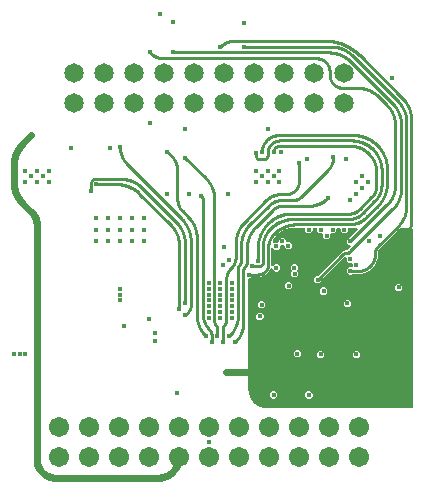
<source format=gbr>
G04 EAGLE Gerber RS-274X export*
G75*
%MOMM*%
%FSLAX34Y34*%
%LPD*%
%INCopper Layer 15*%
%IPPOS*%
%AMOC8*
5,1,8,0,0,1.08239X$1,22.5*%
G01*
%ADD10C,1.705100*%
%ADD11C,1.650000*%
%ADD12C,0.400000*%
%ADD13C,0.609600*%
%ADD14C,0.254000*%
%ADD15C,0.250000*%

G36*
X171848Y28746D02*
X171848Y28746D01*
X171967Y28753D01*
X172005Y28766D01*
X172046Y28771D01*
X172156Y28814D01*
X172269Y28851D01*
X172304Y28873D01*
X172341Y28888D01*
X172437Y28958D01*
X172538Y29021D01*
X172566Y29051D01*
X172599Y29074D01*
X172675Y29166D01*
X172756Y29253D01*
X172776Y29288D01*
X172801Y29319D01*
X172852Y29427D01*
X172910Y29531D01*
X172920Y29571D01*
X172937Y29607D01*
X172959Y29724D01*
X172989Y29839D01*
X172993Y29900D01*
X172997Y29920D01*
X172995Y29940D01*
X172999Y30000D01*
X172999Y180000D01*
X172984Y180118D01*
X172977Y180237D01*
X172964Y180275D01*
X172959Y180316D01*
X172916Y180426D01*
X172879Y180539D01*
X172857Y180574D01*
X172842Y180611D01*
X172773Y180707D01*
X172709Y180808D01*
X172679Y180836D01*
X172656Y180869D01*
X172564Y180944D01*
X172477Y181026D01*
X172442Y181046D01*
X172411Y181071D01*
X172303Y181122D01*
X172199Y181180D01*
X172159Y181190D01*
X172123Y181207D01*
X172006Y181229D01*
X171891Y181259D01*
X171831Y181263D01*
X171811Y181267D01*
X171790Y181265D01*
X171730Y181269D01*
X162529Y181269D01*
X162431Y181257D01*
X162332Y181254D01*
X162273Y181237D01*
X162213Y181229D01*
X162121Y181193D01*
X162026Y181165D01*
X161974Y181135D01*
X161918Y181112D01*
X161838Y181054D01*
X161752Y181004D01*
X161677Y180938D01*
X161660Y180926D01*
X161653Y180916D01*
X161631Y180897D01*
X145092Y164358D01*
X145080Y164342D01*
X145008Y164265D01*
X144400Y163524D01*
X144343Y163434D01*
X144279Y163349D01*
X144242Y163273D01*
X144230Y163255D01*
X144225Y163240D01*
X144208Y163205D01*
X143477Y161440D01*
X143449Y161338D01*
X143413Y161238D01*
X143399Y161155D01*
X143393Y161134D01*
X143393Y161118D01*
X143387Y161079D01*
X143293Y160124D01*
X143293Y160105D01*
X143287Y160000D01*
X143287Y156161D01*
X140731Y149991D01*
X136009Y145269D01*
X129839Y142713D01*
X122505Y142713D01*
X122407Y142701D01*
X122308Y142698D01*
X122250Y142681D01*
X122190Y142673D01*
X122098Y142637D01*
X122003Y142609D01*
X121950Y142579D01*
X121894Y142556D01*
X121814Y142498D01*
X121729Y142448D01*
X121653Y142382D01*
X121637Y142370D01*
X121629Y142360D01*
X121608Y142342D01*
X121250Y141983D01*
X118750Y141983D01*
X116983Y143750D01*
X116983Y146250D01*
X118750Y148017D01*
X120714Y148017D01*
X120832Y148032D01*
X120951Y148039D01*
X120989Y148052D01*
X121030Y148057D01*
X121140Y148100D01*
X121253Y148137D01*
X121288Y148159D01*
X121325Y148174D01*
X121421Y148243D01*
X121522Y148307D01*
X121550Y148337D01*
X121583Y148360D01*
X121659Y148452D01*
X121740Y148539D01*
X121760Y148574D01*
X121785Y148605D01*
X121836Y148713D01*
X121894Y148817D01*
X121904Y148857D01*
X121921Y148893D01*
X121943Y149010D01*
X121973Y149125D01*
X121977Y149185D01*
X121981Y149205D01*
X121980Y149223D01*
X121981Y149229D01*
X121980Y149237D01*
X121983Y149286D01*
X121983Y150714D01*
X121968Y150832D01*
X121961Y150951D01*
X121948Y150989D01*
X121943Y151030D01*
X121900Y151140D01*
X121863Y151253D01*
X121841Y151288D01*
X121826Y151325D01*
X121757Y151421D01*
X121693Y151522D01*
X121663Y151550D01*
X121640Y151583D01*
X121548Y151659D01*
X121461Y151740D01*
X121426Y151760D01*
X121395Y151785D01*
X121287Y151836D01*
X121183Y151894D01*
X121143Y151904D01*
X121107Y151921D01*
X120990Y151943D01*
X120875Y151973D01*
X120815Y151977D01*
X120795Y151981D01*
X120774Y151979D01*
X120714Y151983D01*
X118750Y151983D01*
X116983Y153750D01*
X116983Y155685D01*
X116966Y155823D01*
X116964Y155841D01*
X116961Y155893D01*
X116959Y155900D01*
X116953Y155961D01*
X116946Y155981D01*
X116943Y156001D01*
X116892Y156130D01*
X116845Y156261D01*
X116834Y156278D01*
X116826Y156296D01*
X116745Y156409D01*
X116667Y156524D01*
X116651Y156537D01*
X116640Y156554D01*
X116533Y156642D01*
X116428Y156734D01*
X116410Y156744D01*
X116395Y156756D01*
X116269Y156816D01*
X116145Y156879D01*
X116125Y156883D01*
X116107Y156892D01*
X115971Y156918D01*
X115835Y156949D01*
X115814Y156948D01*
X115795Y156952D01*
X115656Y156943D01*
X115517Y156939D01*
X115497Y156933D01*
X115477Y156932D01*
X115345Y156889D01*
X115211Y156851D01*
X115194Y156840D01*
X115175Y156834D01*
X115057Y156760D01*
X114937Y156689D01*
X114916Y156670D01*
X114906Y156664D01*
X114892Y156649D01*
X114817Y156583D01*
X114735Y156501D01*
X114661Y156428D01*
X114661Y156427D01*
X95888Y137655D01*
X95828Y137576D01*
X95760Y137504D01*
X95731Y137451D01*
X95694Y137403D01*
X95654Y137312D01*
X95606Y137226D01*
X95591Y137167D01*
X95567Y137111D01*
X95552Y137013D01*
X95527Y136918D01*
X95521Y136818D01*
X95517Y136797D01*
X95519Y136785D01*
X95517Y136757D01*
X95517Y136250D01*
X93750Y134483D01*
X91250Y134483D01*
X89483Y136250D01*
X89483Y138750D01*
X91250Y140517D01*
X91757Y140517D01*
X91855Y140529D01*
X91954Y140532D01*
X92012Y140549D01*
X92073Y140557D01*
X92165Y140593D01*
X92260Y140621D01*
X92312Y140651D01*
X92368Y140674D01*
X92448Y140732D01*
X92534Y140782D01*
X92609Y140848D01*
X92626Y140860D01*
X92633Y140870D01*
X92655Y140888D01*
X111427Y159661D01*
X111501Y159735D01*
X113470Y161703D01*
X116085Y162787D01*
X117500Y162787D01*
X117520Y162789D01*
X117521Y162789D01*
X117531Y162788D01*
X117545Y162790D01*
X117624Y162793D01*
X117637Y162794D01*
X117735Y162816D01*
X117816Y162827D01*
X117822Y162829D01*
X117846Y162832D01*
X117915Y162856D01*
X117919Y162857D01*
X117925Y162859D01*
X117926Y162860D01*
X117947Y162864D01*
X117961Y162872D01*
X117998Y162884D01*
X118022Y162894D01*
X118048Y162909D01*
X118049Y162909D01*
X118056Y162914D01*
X118102Y162940D01*
X118111Y162944D01*
X118118Y162949D01*
X118208Y162990D01*
X118279Y163041D01*
X118298Y163052D01*
X118309Y163062D01*
X118314Y163066D01*
X118323Y163071D01*
X118329Y163077D01*
X118339Y163084D01*
X118349Y163092D01*
X118362Y163106D01*
X118444Y163177D01*
X120083Y164817D01*
X120168Y164926D01*
X120256Y165033D01*
X120265Y165052D01*
X120278Y165068D01*
X120333Y165196D01*
X120392Y165321D01*
X120396Y165341D01*
X120404Y165360D01*
X120426Y165498D01*
X120452Y165634D01*
X120451Y165654D01*
X120454Y165674D01*
X120441Y165813D01*
X120432Y165951D01*
X120426Y165970D01*
X120424Y165990D01*
X120377Y166122D01*
X120334Y166253D01*
X120323Y166271D01*
X120316Y166290D01*
X120238Y166405D01*
X120164Y166522D01*
X120149Y166536D01*
X120138Y166553D01*
X120034Y166645D01*
X119932Y166740D01*
X119914Y166750D01*
X119899Y166763D01*
X119776Y166826D01*
X119654Y166894D01*
X119634Y166899D01*
X119616Y166908D01*
X119480Y166938D01*
X119346Y166973D01*
X119318Y166975D01*
X119306Y166978D01*
X119285Y166977D01*
X119185Y166983D01*
X118750Y166983D01*
X116983Y168750D01*
X116983Y171250D01*
X118750Y173017D01*
X119257Y173017D01*
X119355Y173029D01*
X119454Y173032D01*
X119513Y173049D01*
X119573Y173057D01*
X119665Y173093D01*
X119760Y173121D01*
X119812Y173151D01*
X119868Y173174D01*
X119948Y173232D01*
X120034Y173282D01*
X120109Y173348D01*
X120126Y173360D01*
X120133Y173370D01*
X120155Y173388D01*
X125869Y179103D01*
X125954Y179212D01*
X126042Y179319D01*
X126051Y179338D01*
X126064Y179354D01*
X126119Y179482D01*
X126178Y179607D01*
X126182Y179627D01*
X126190Y179646D01*
X126212Y179784D01*
X126238Y179920D01*
X126237Y179940D01*
X126240Y179960D01*
X126227Y180099D01*
X126218Y180237D01*
X126212Y180256D01*
X126210Y180276D01*
X126163Y180408D01*
X126120Y180539D01*
X126109Y180557D01*
X126102Y180576D01*
X126024Y180691D01*
X125950Y180808D01*
X125935Y180822D01*
X125924Y180839D01*
X125820Y180931D01*
X125718Y181026D01*
X125700Y181036D01*
X125685Y181049D01*
X125562Y181112D01*
X125440Y181180D01*
X125420Y181185D01*
X125402Y181194D01*
X125266Y181224D01*
X125132Y181259D01*
X125104Y181261D01*
X125092Y181264D01*
X125071Y181263D01*
X124971Y181269D01*
X119286Y181269D01*
X119168Y181254D01*
X119049Y181247D01*
X119011Y181234D01*
X118970Y181229D01*
X118860Y181186D01*
X118747Y181149D01*
X118712Y181127D01*
X118675Y181112D01*
X118579Y181043D01*
X118478Y180979D01*
X118450Y180949D01*
X118417Y180926D01*
X118341Y180834D01*
X118260Y180747D01*
X118240Y180712D01*
X118215Y180681D01*
X118164Y180573D01*
X118106Y180469D01*
X118096Y180429D01*
X118079Y180393D01*
X118057Y180276D01*
X118027Y180161D01*
X118023Y180101D01*
X118019Y180081D01*
X118021Y180060D01*
X118017Y180000D01*
X118017Y178750D01*
X116250Y176983D01*
X113750Y176983D01*
X111983Y178750D01*
X111983Y180000D01*
X111968Y180118D01*
X111961Y180237D01*
X111948Y180275D01*
X111943Y180316D01*
X111900Y180426D01*
X111863Y180539D01*
X111841Y180574D01*
X111826Y180611D01*
X111757Y180707D01*
X111693Y180808D01*
X111663Y180836D01*
X111640Y180869D01*
X111548Y180945D01*
X111461Y181026D01*
X111426Y181046D01*
X111395Y181071D01*
X111287Y181122D01*
X111183Y181180D01*
X111143Y181190D01*
X111107Y181207D01*
X110990Y181229D01*
X110875Y181259D01*
X110815Y181263D01*
X110795Y181267D01*
X110774Y181265D01*
X110714Y181269D01*
X109286Y181269D01*
X109168Y181254D01*
X109049Y181247D01*
X109011Y181234D01*
X108970Y181229D01*
X108860Y181186D01*
X108747Y181149D01*
X108712Y181127D01*
X108675Y181112D01*
X108579Y181043D01*
X108478Y180979D01*
X108450Y180949D01*
X108417Y180926D01*
X108341Y180834D01*
X108260Y180747D01*
X108240Y180712D01*
X108215Y180681D01*
X108164Y180573D01*
X108106Y180469D01*
X108096Y180429D01*
X108079Y180393D01*
X108057Y180276D01*
X108027Y180161D01*
X108023Y180101D01*
X108019Y180081D01*
X108021Y180060D01*
X108017Y180000D01*
X108017Y178750D01*
X106250Y176983D01*
X104286Y176983D01*
X104168Y176968D01*
X104049Y176961D01*
X104011Y176948D01*
X103970Y176943D01*
X103860Y176900D01*
X103747Y176863D01*
X103712Y176841D01*
X103675Y176826D01*
X103579Y176757D01*
X103478Y176693D01*
X103450Y176663D01*
X103417Y176640D01*
X103341Y176548D01*
X103260Y176461D01*
X103240Y176426D01*
X103215Y176395D01*
X103164Y176287D01*
X103106Y176183D01*
X103096Y176143D01*
X103079Y176107D01*
X103057Y175990D01*
X103027Y175875D01*
X103023Y175815D01*
X103019Y175795D01*
X103021Y175774D01*
X103017Y175714D01*
X103017Y173750D01*
X101250Y171983D01*
X98750Y171983D01*
X96983Y173750D01*
X96983Y175714D01*
X96968Y175832D01*
X96961Y175951D01*
X96948Y175989D01*
X96943Y176030D01*
X96900Y176140D01*
X96863Y176253D01*
X96841Y176288D01*
X96826Y176325D01*
X96757Y176421D01*
X96693Y176522D01*
X96663Y176550D01*
X96640Y176583D01*
X96548Y176659D01*
X96461Y176740D01*
X96426Y176760D01*
X96395Y176785D01*
X96287Y176836D01*
X96183Y176894D01*
X96143Y176904D01*
X96107Y176921D01*
X95990Y176943D01*
X95875Y176973D01*
X95815Y176977D01*
X95795Y176981D01*
X95774Y176979D01*
X95714Y176983D01*
X93750Y176983D01*
X91983Y178750D01*
X91983Y180000D01*
X91968Y180118D01*
X91961Y180237D01*
X91948Y180275D01*
X91943Y180316D01*
X91900Y180426D01*
X91863Y180539D01*
X91841Y180574D01*
X91826Y180611D01*
X91757Y180707D01*
X91693Y180808D01*
X91663Y180836D01*
X91640Y180869D01*
X91548Y180945D01*
X91461Y181026D01*
X91426Y181046D01*
X91395Y181071D01*
X91287Y181122D01*
X91183Y181180D01*
X91143Y181190D01*
X91107Y181207D01*
X90990Y181229D01*
X90875Y181259D01*
X90815Y181263D01*
X90795Y181267D01*
X90774Y181265D01*
X90714Y181269D01*
X89286Y181269D01*
X89168Y181254D01*
X89049Y181247D01*
X89011Y181234D01*
X88970Y181229D01*
X88860Y181186D01*
X88747Y181149D01*
X88712Y181127D01*
X88675Y181112D01*
X88579Y181043D01*
X88478Y180979D01*
X88450Y180949D01*
X88417Y180926D01*
X88341Y180834D01*
X88260Y180747D01*
X88240Y180712D01*
X88215Y180681D01*
X88164Y180573D01*
X88106Y180469D01*
X88096Y180429D01*
X88079Y180393D01*
X88057Y180276D01*
X88027Y180161D01*
X88023Y180101D01*
X88019Y180081D01*
X88021Y180060D01*
X88017Y180000D01*
X88017Y178750D01*
X86250Y176983D01*
X83750Y176983D01*
X81983Y178750D01*
X81983Y180000D01*
X81968Y180118D01*
X81961Y180237D01*
X81948Y180275D01*
X81943Y180316D01*
X81900Y180426D01*
X81863Y180539D01*
X81841Y180574D01*
X81826Y180611D01*
X81757Y180707D01*
X81693Y180808D01*
X81663Y180836D01*
X81640Y180869D01*
X81548Y180945D01*
X81461Y181026D01*
X81426Y181046D01*
X81395Y181071D01*
X81287Y181122D01*
X81183Y181180D01*
X81143Y181190D01*
X81107Y181207D01*
X80990Y181229D01*
X80875Y181259D01*
X80815Y181263D01*
X80795Y181267D01*
X80774Y181265D01*
X80714Y181269D01*
X70000Y181269D01*
X69979Y181267D01*
X69909Y181266D01*
X68123Y181138D01*
X68083Y181130D01*
X68043Y181130D01*
X67885Y181098D01*
X65236Y180388D01*
X65157Y180356D01*
X65074Y180333D01*
X64952Y180272D01*
X64942Y180268D01*
X64938Y180266D01*
X64930Y180262D01*
X59639Y177207D01*
X59603Y177180D01*
X59564Y177160D01*
X59436Y177062D01*
X57135Y175043D01*
X57120Y175027D01*
X57103Y175015D01*
X57102Y175013D01*
X57100Y175012D01*
X56990Y174894D01*
X55328Y172868D01*
X55271Y172778D01*
X55207Y172693D01*
X55170Y172618D01*
X55158Y172599D01*
X55154Y172584D01*
X55136Y172549D01*
X54293Y170512D01*
X54274Y170445D01*
X54247Y170381D01*
X54233Y170292D01*
X54209Y170206D01*
X54208Y170136D01*
X54197Y170067D01*
X54205Y169978D01*
X54204Y169888D01*
X54220Y169820D01*
X54227Y169750D01*
X54257Y169666D01*
X54278Y169578D01*
X54311Y169517D01*
X54334Y169451D01*
X54385Y169377D01*
X54427Y169297D01*
X54474Y169246D01*
X54513Y169188D01*
X54580Y169129D01*
X54641Y169062D01*
X54699Y169024D01*
X54751Y168977D01*
X54831Y168937D01*
X54906Y168887D01*
X54972Y168865D01*
X55035Y168833D01*
X55122Y168813D01*
X55207Y168784D01*
X55277Y168779D01*
X55345Y168763D01*
X55434Y168766D01*
X55524Y168759D01*
X55593Y168771D01*
X55663Y168773D01*
X55749Y168798D01*
X55838Y168813D01*
X55901Y168842D01*
X55968Y168861D01*
X56046Y168907D01*
X56128Y168944D01*
X56182Y168987D01*
X56232Y169017D01*
X58214Y169017D01*
X58332Y169032D01*
X58451Y169039D01*
X58489Y169052D01*
X58530Y169057D01*
X58640Y169100D01*
X58753Y169137D01*
X58788Y169159D01*
X58825Y169174D01*
X58921Y169243D01*
X59022Y169307D01*
X59050Y169337D01*
X59083Y169360D01*
X59159Y169452D01*
X59240Y169539D01*
X59260Y169574D01*
X59285Y169605D01*
X59336Y169713D01*
X59394Y169817D01*
X59404Y169857D01*
X59421Y169893D01*
X59443Y170010D01*
X59473Y170125D01*
X59477Y170185D01*
X59481Y170205D01*
X59479Y170226D01*
X59483Y170286D01*
X59483Y171250D01*
X61250Y173017D01*
X63750Y173017D01*
X65517Y171250D01*
X65517Y170786D01*
X65532Y170668D01*
X65539Y170549D01*
X65552Y170511D01*
X65557Y170470D01*
X65600Y170360D01*
X65637Y170247D01*
X65659Y170212D01*
X65674Y170175D01*
X65743Y170079D01*
X65807Y169978D01*
X65837Y169950D01*
X65860Y169917D01*
X65952Y169841D01*
X66039Y169760D01*
X66074Y169740D01*
X66105Y169715D01*
X66213Y169664D01*
X66317Y169606D01*
X66357Y169596D01*
X66393Y169579D01*
X66510Y169557D01*
X66625Y169527D01*
X66685Y169523D01*
X66705Y169519D01*
X66726Y169521D01*
X66786Y169517D01*
X68750Y169517D01*
X70517Y167750D01*
X70517Y165250D01*
X68750Y163483D01*
X66250Y163483D01*
X64483Y165250D01*
X64483Y165714D01*
X64468Y165832D01*
X64461Y165951D01*
X64448Y165989D01*
X64443Y166030D01*
X64400Y166140D01*
X64363Y166253D01*
X64341Y166288D01*
X64326Y166325D01*
X64257Y166421D01*
X64193Y166522D01*
X64163Y166550D01*
X64140Y166583D01*
X64048Y166659D01*
X63961Y166740D01*
X63926Y166760D01*
X63895Y166785D01*
X63787Y166836D01*
X63683Y166894D01*
X63643Y166904D01*
X63607Y166921D01*
X63490Y166943D01*
X63375Y166973D01*
X63315Y166977D01*
X63295Y166981D01*
X63274Y166979D01*
X63214Y166983D01*
X61786Y166983D01*
X61668Y166968D01*
X61549Y166961D01*
X61511Y166948D01*
X61470Y166943D01*
X61360Y166900D01*
X61247Y166863D01*
X61212Y166841D01*
X61175Y166826D01*
X61079Y166757D01*
X60978Y166693D01*
X60950Y166663D01*
X60917Y166640D01*
X60841Y166548D01*
X60760Y166461D01*
X60740Y166426D01*
X60715Y166395D01*
X60664Y166287D01*
X60606Y166183D01*
X60596Y166143D01*
X60579Y166107D01*
X60557Y165990D01*
X60527Y165875D01*
X60523Y165815D01*
X60519Y165795D01*
X60521Y165774D01*
X60517Y165714D01*
X60517Y164750D01*
X58750Y162983D01*
X56250Y162983D01*
X54953Y164280D01*
X54844Y164365D01*
X54737Y164454D01*
X54718Y164463D01*
X54702Y164475D01*
X54574Y164531D01*
X54449Y164590D01*
X54429Y164593D01*
X54410Y164602D01*
X54272Y164623D01*
X54136Y164649D01*
X54116Y164648D01*
X54096Y164651D01*
X53957Y164638D01*
X53819Y164630D01*
X53800Y164623D01*
X53780Y164622D01*
X53648Y164574D01*
X53517Y164532D01*
X53499Y164521D01*
X53480Y164514D01*
X53365Y164436D01*
X53248Y164361D01*
X53234Y164347D01*
X53217Y164335D01*
X53125Y164231D01*
X53030Y164130D01*
X53020Y164112D01*
X53007Y164097D01*
X52943Y163973D01*
X52876Y163851D01*
X52871Y163832D01*
X52862Y163814D01*
X52832Y163678D01*
X52797Y163543D01*
X52795Y163515D01*
X52792Y163503D01*
X52793Y163483D01*
X52787Y163383D01*
X52787Y150117D01*
X52804Y149979D01*
X52817Y149841D01*
X52824Y149822D01*
X52827Y149802D01*
X52878Y149672D01*
X52925Y149542D01*
X52936Y149525D01*
X52944Y149506D01*
X53025Y149394D01*
X53103Y149278D01*
X53119Y149265D01*
X53130Y149249D01*
X53238Y149160D01*
X53342Y149068D01*
X53360Y149059D01*
X53375Y149046D01*
X53501Y148987D01*
X53625Y148923D01*
X53645Y148919D01*
X53663Y148910D01*
X53800Y148884D01*
X53935Y148854D01*
X53956Y148854D01*
X53975Y148851D01*
X54114Y148859D01*
X54253Y148863D01*
X54273Y148869D01*
X54293Y148870D01*
X54425Y148913D01*
X54559Y148952D01*
X54576Y148962D01*
X54595Y148968D01*
X54713Y149043D01*
X54833Y149113D01*
X54854Y149132D01*
X54864Y149139D01*
X54878Y149154D01*
X54953Y149220D01*
X56250Y150517D01*
X58750Y150517D01*
X60517Y148750D01*
X60517Y146250D01*
X58750Y144483D01*
X56250Y144483D01*
X54460Y146274D01*
X54455Y146296D01*
X54443Y146385D01*
X54418Y146450D01*
X54401Y146518D01*
X54359Y146597D01*
X54326Y146680D01*
X54285Y146737D01*
X54253Y146799D01*
X54192Y146865D01*
X54140Y146938D01*
X54086Y146982D01*
X54039Y147034D01*
X53964Y147083D01*
X53895Y147141D01*
X53831Y147170D01*
X53773Y147209D01*
X53688Y147238D01*
X53607Y147276D01*
X53538Y147289D01*
X53472Y147312D01*
X53383Y147319D01*
X53295Y147336D01*
X53225Y147332D01*
X53155Y147337D01*
X53067Y147322D01*
X52977Y147316D01*
X52911Y147295D01*
X52842Y147283D01*
X52760Y147246D01*
X52675Y147218D01*
X52616Y147181D01*
X52552Y147152D01*
X52482Y147096D01*
X52406Y147048D01*
X52358Y146997D01*
X52304Y146954D01*
X52249Y146882D01*
X52188Y146816D01*
X52154Y146755D01*
X52112Y146700D01*
X52041Y146555D01*
X51145Y144390D01*
X48110Y141355D01*
X44146Y139713D01*
X36505Y139713D01*
X36407Y139701D01*
X36308Y139698D01*
X36250Y139681D01*
X36190Y139673D01*
X36098Y139637D01*
X36003Y139609D01*
X35950Y139579D01*
X35894Y139556D01*
X35814Y139498D01*
X35729Y139448D01*
X35653Y139382D01*
X35637Y139370D01*
X35629Y139360D01*
X35608Y139342D01*
X35250Y138983D01*
X35000Y138983D01*
X34882Y138968D01*
X34763Y138961D01*
X34725Y138948D01*
X34684Y138943D01*
X34574Y138900D01*
X34461Y138863D01*
X34426Y138841D01*
X34389Y138826D01*
X34293Y138757D01*
X34192Y138693D01*
X34164Y138663D01*
X34131Y138640D01*
X34056Y138548D01*
X33974Y138461D01*
X33954Y138426D01*
X33929Y138395D01*
X33878Y138287D01*
X33820Y138183D01*
X33810Y138143D01*
X33793Y138107D01*
X33771Y137990D01*
X33741Y137875D01*
X33737Y137815D01*
X33733Y137795D01*
X33735Y137774D01*
X33731Y137714D01*
X33731Y45000D01*
X33733Y44979D01*
X33736Y44889D01*
X33963Y42285D01*
X33970Y42255D01*
X33970Y42225D01*
X34002Y42067D01*
X34679Y39541D01*
X34690Y39513D01*
X34696Y39483D01*
X34754Y39333D01*
X35859Y36964D01*
X35876Y36938D01*
X35886Y36909D01*
X35970Y36772D01*
X37470Y34630D01*
X37490Y34608D01*
X37505Y34582D01*
X37612Y34461D01*
X39461Y32612D01*
X39485Y32593D01*
X39504Y32570D01*
X39630Y32470D01*
X41772Y30970D01*
X41799Y30956D01*
X41822Y30936D01*
X41964Y30859D01*
X44333Y29754D01*
X44362Y29745D01*
X44389Y29730D01*
X44541Y29679D01*
X47067Y29002D01*
X47097Y28998D01*
X47126Y28988D01*
X47285Y28963D01*
X49889Y28736D01*
X49911Y28736D01*
X50000Y28731D01*
X171730Y28731D01*
X171848Y28746D01*
G37*
%LPC*%
G36*
X71750Y139483D02*
X71750Y139483D01*
X69983Y141250D01*
X69983Y143750D01*
X70086Y143853D01*
X70159Y143947D01*
X70238Y144036D01*
X70256Y144072D01*
X70281Y144104D01*
X70329Y144213D01*
X70383Y144319D01*
X70391Y144358D01*
X70407Y144396D01*
X70426Y144513D01*
X70452Y144629D01*
X70451Y144670D01*
X70457Y144710D01*
X70446Y144828D01*
X70443Y144947D01*
X70431Y144986D01*
X70428Y145026D01*
X70387Y145138D01*
X70354Y145253D01*
X70334Y145288D01*
X70320Y145326D01*
X70253Y145424D01*
X70193Y145527D01*
X70153Y145572D01*
X70141Y145589D01*
X70126Y145602D01*
X70086Y145648D01*
X69483Y146250D01*
X69483Y148750D01*
X71250Y150517D01*
X73750Y150517D01*
X75517Y148750D01*
X75517Y146250D01*
X75414Y146148D01*
X75341Y146053D01*
X75262Y145964D01*
X75244Y145928D01*
X75219Y145896D01*
X75172Y145787D01*
X75117Y145681D01*
X75109Y145642D01*
X75093Y145604D01*
X75074Y145487D01*
X75048Y145371D01*
X75049Y145330D01*
X75043Y145290D01*
X75054Y145172D01*
X75057Y145053D01*
X75069Y145014D01*
X75072Y144974D01*
X75113Y144862D01*
X75146Y144747D01*
X75166Y144712D01*
X75180Y144674D01*
X75247Y144576D01*
X75307Y144473D01*
X75347Y144428D01*
X75359Y144411D01*
X75374Y144398D01*
X75414Y144353D01*
X76017Y143750D01*
X76017Y141250D01*
X74250Y139483D01*
X71750Y139483D01*
G37*
%LPD*%
%LPC*%
G36*
X66750Y129483D02*
X66750Y129483D01*
X64983Y131250D01*
X64983Y133750D01*
X66750Y135517D01*
X69250Y135517D01*
X71017Y133750D01*
X71017Y131250D01*
X69250Y129483D01*
X66750Y129483D01*
G37*
%LPD*%
%LPC*%
G36*
X159750Y127983D02*
X159750Y127983D01*
X157983Y129750D01*
X157983Y132250D01*
X159750Y134017D01*
X162250Y134017D01*
X164017Y132250D01*
X164017Y129750D01*
X162250Y127983D01*
X159750Y127983D01*
G37*
%LPD*%
%LPC*%
G36*
X96250Y124983D02*
X96250Y124983D01*
X94483Y126750D01*
X94483Y129250D01*
X96250Y131017D01*
X98750Y131017D01*
X100517Y129250D01*
X100517Y126750D01*
X98750Y124983D01*
X96250Y124983D01*
G37*
%LPD*%
%LPC*%
G36*
X116250Y114483D02*
X116250Y114483D01*
X114483Y116250D01*
X114483Y118750D01*
X116250Y120517D01*
X118750Y120517D01*
X120517Y118750D01*
X120517Y116250D01*
X118750Y114483D01*
X116250Y114483D01*
G37*
%LPD*%
%LPC*%
G36*
X43750Y113483D02*
X43750Y113483D01*
X41983Y115250D01*
X41983Y117750D01*
X43750Y119517D01*
X46250Y119517D01*
X48017Y117750D01*
X48017Y115250D01*
X46250Y113483D01*
X43750Y113483D01*
G37*
%LPD*%
%LPC*%
G36*
X42250Y103475D02*
X42250Y103475D01*
X40483Y105242D01*
X40483Y107742D01*
X42250Y109509D01*
X44750Y109509D01*
X46517Y107742D01*
X46517Y105242D01*
X44750Y103475D01*
X42250Y103475D01*
G37*
%LPD*%
%LPC*%
G36*
X73750Y71983D02*
X73750Y71983D01*
X71983Y73750D01*
X71983Y76250D01*
X73750Y78017D01*
X76250Y78017D01*
X78017Y76250D01*
X78017Y73750D01*
X76250Y71983D01*
X73750Y71983D01*
G37*
%LPD*%
%LPC*%
G36*
X123750Y71483D02*
X123750Y71483D01*
X121983Y73250D01*
X121983Y75750D01*
X123750Y77517D01*
X126250Y77517D01*
X128017Y75750D01*
X128017Y73250D01*
X126250Y71483D01*
X123750Y71483D01*
G37*
%LPD*%
%LPC*%
G36*
X93750Y71483D02*
X93750Y71483D01*
X91983Y73250D01*
X91983Y75750D01*
X93750Y77517D01*
X96250Y77517D01*
X98017Y75750D01*
X98017Y73250D01*
X96250Y71483D01*
X93750Y71483D01*
G37*
%LPD*%
%LPC*%
G36*
X83750Y36983D02*
X83750Y36983D01*
X81983Y38750D01*
X81983Y41250D01*
X83750Y43017D01*
X86250Y43017D01*
X88017Y41250D01*
X88017Y38750D01*
X86250Y36983D01*
X83750Y36983D01*
G37*
%LPD*%
%LPC*%
G36*
X53750Y36983D02*
X53750Y36983D01*
X51983Y38750D01*
X51983Y41250D01*
X53750Y43017D01*
X56250Y43017D01*
X58017Y41250D01*
X58017Y38750D01*
X56250Y36983D01*
X53750Y36983D01*
G37*
%LPD*%
D10*
X-127000Y12700D03*
X-127000Y-12700D03*
X-101600Y12700D03*
X-101600Y-12700D03*
X-76200Y12700D03*
X-76200Y-12700D03*
X-50800Y12700D03*
X-50800Y-12700D03*
X-25400Y12700D03*
X-25400Y-12700D03*
X0Y12700D03*
X0Y-12700D03*
X25400Y12700D03*
X25400Y-12700D03*
X50800Y12700D03*
X50800Y-12700D03*
X76200Y12700D03*
X76200Y-12700D03*
X101600Y12700D03*
X101600Y-12700D03*
X127000Y12700D03*
X127000Y-12700D03*
D11*
X-114300Y312700D03*
X-114300Y287300D03*
X-88900Y312700D03*
X-88900Y287300D03*
X-63500Y312700D03*
X-63500Y287300D03*
X-38100Y312700D03*
X-38100Y287300D03*
X-12700Y312700D03*
X-12700Y287300D03*
X12700Y312700D03*
X12700Y287300D03*
X38100Y312700D03*
X38100Y287300D03*
X63500Y312700D03*
X63500Y287300D03*
X88900Y312700D03*
X88900Y287300D03*
X114300Y312700D03*
X114300Y287300D03*
D12*
X120000Y155000D03*
X68000Y132500D03*
X135500Y170000D03*
X-50000Y270040D03*
X-20000Y265500D03*
X50000Y265500D03*
X155500Y308000D03*
X97500Y128000D03*
X117500Y117500D03*
X95000Y74500D03*
X125000Y74500D03*
X161000Y131000D03*
X-95000Y180000D03*
X-85000Y180000D03*
X-85000Y170000D03*
X-75000Y170000D03*
X-75000Y180000D03*
X-65000Y180000D03*
X-65000Y170000D03*
X-55000Y180000D03*
X-95000Y170000D03*
X-75000Y190000D03*
X-65000Y190000D03*
X-55000Y190000D03*
X55000Y40000D03*
X85000Y40000D03*
X0Y0D03*
X13000Y165000D03*
X-26500Y42000D03*
X61500Y245500D03*
D13*
X-42700Y-30000D02*
X-130000Y-30000D01*
X-42700Y-30000D02*
X-42282Y-29995D01*
X-41864Y-29980D01*
X-41447Y-29955D01*
X-41030Y-29919D01*
X-40615Y-29874D01*
X-40200Y-29818D01*
X-39787Y-29753D01*
X-39376Y-29678D01*
X-38967Y-29592D01*
X-38560Y-29497D01*
X-38155Y-29392D01*
X-37753Y-29278D01*
X-37354Y-29153D01*
X-36958Y-29019D01*
X-36565Y-28876D01*
X-36176Y-28723D01*
X-35791Y-28561D01*
X-35410Y-28389D01*
X-35033Y-28208D01*
X-34660Y-28018D01*
X-34292Y-27820D01*
X-33930Y-27612D01*
X-33572Y-27396D01*
X-33219Y-27171D01*
X-32872Y-26938D01*
X-32531Y-26696D01*
X-32196Y-26446D01*
X-31867Y-26188D01*
X-31544Y-25923D01*
X-31228Y-25649D01*
X-30918Y-25368D01*
X-30616Y-25080D01*
X-30320Y-24784D01*
X-30032Y-24482D01*
X-29751Y-24172D01*
X-29477Y-23856D01*
X-29212Y-23533D01*
X-28954Y-23204D01*
X-28704Y-22869D01*
X-28462Y-22528D01*
X-28229Y-22181D01*
X-28004Y-21828D01*
X-27788Y-21470D01*
X-27580Y-21108D01*
X-27382Y-20740D01*
X-27192Y-20367D01*
X-27011Y-19990D01*
X-26839Y-19609D01*
X-26677Y-19224D01*
X-26524Y-18835D01*
X-26381Y-18442D01*
X-26247Y-18046D01*
X-26122Y-17647D01*
X-26008Y-17245D01*
X-25903Y-16840D01*
X-25808Y-16433D01*
X-25722Y-16024D01*
X-25647Y-15613D01*
X-25582Y-15200D01*
X-25526Y-14785D01*
X-25481Y-14370D01*
X-25445Y-13953D01*
X-25420Y-13536D01*
X-25405Y-13118D01*
X-25400Y-12700D01*
X-130000Y-30000D02*
X-130375Y-29995D01*
X-130749Y-29982D01*
X-131123Y-29959D01*
X-131496Y-29928D01*
X-131868Y-29887D01*
X-132240Y-29837D01*
X-132610Y-29779D01*
X-132978Y-29711D01*
X-133345Y-29635D01*
X-133709Y-29550D01*
X-134072Y-29456D01*
X-134432Y-29353D01*
X-134790Y-29241D01*
X-135145Y-29121D01*
X-135496Y-28993D01*
X-135845Y-28856D01*
X-136190Y-28710D01*
X-136532Y-28557D01*
X-136869Y-28395D01*
X-137203Y-28225D01*
X-137533Y-28047D01*
X-137858Y-27861D01*
X-138178Y-27667D01*
X-138494Y-27465D01*
X-138805Y-27256D01*
X-139111Y-27040D01*
X-139411Y-26816D01*
X-139706Y-26585D01*
X-139995Y-26347D01*
X-140278Y-26102D01*
X-140556Y-25850D01*
X-140827Y-25592D01*
X-141092Y-25327D01*
X-141350Y-25056D01*
X-141602Y-24778D01*
X-141847Y-24495D01*
X-142085Y-24206D01*
X-142316Y-23911D01*
X-142540Y-23611D01*
X-142756Y-23305D01*
X-142965Y-22994D01*
X-143167Y-22678D01*
X-143361Y-22358D01*
X-143547Y-22033D01*
X-143725Y-21703D01*
X-143895Y-21369D01*
X-144057Y-21032D01*
X-144210Y-20690D01*
X-144356Y-20345D01*
X-144493Y-19996D01*
X-144621Y-19645D01*
X-144741Y-19290D01*
X-144853Y-18932D01*
X-144956Y-18572D01*
X-145050Y-18209D01*
X-145135Y-17845D01*
X-145211Y-17478D01*
X-145279Y-17110D01*
X-145337Y-16740D01*
X-145387Y-16368D01*
X-145428Y-15996D01*
X-145459Y-15623D01*
X-145482Y-15249D01*
X-145495Y-14875D01*
X-145500Y-14500D01*
D12*
X-150000Y260000D03*
D13*
X-150000Y195000D02*
X-149745Y194738D01*
X-149495Y194471D01*
X-149253Y194197D01*
X-149017Y193918D01*
X-148787Y193633D01*
X-148564Y193343D01*
X-148349Y193048D01*
X-148140Y192748D01*
X-147939Y192442D01*
X-147745Y192132D01*
X-147558Y191818D01*
X-147379Y191499D01*
X-147208Y191176D01*
X-147044Y190849D01*
X-146888Y190518D01*
X-146740Y190184D01*
X-146601Y189846D01*
X-146469Y189505D01*
X-146345Y189161D01*
X-146230Y188814D01*
X-146122Y188465D01*
X-146024Y188112D01*
X-145933Y187758D01*
X-145851Y187402D01*
X-145778Y187044D01*
X-145713Y186684D01*
X-145656Y186323D01*
X-145609Y185960D01*
X-145570Y185596D01*
X-145539Y185232D01*
X-145517Y184867D01*
X-145504Y184502D01*
X-145500Y184136D01*
X-150000Y195000D02*
X-157561Y202561D01*
X-157561Y202560D02*
X-157996Y203007D01*
X-158420Y203463D01*
X-158833Y203930D01*
X-159234Y204407D01*
X-159624Y204894D01*
X-160001Y205390D01*
X-160367Y205895D01*
X-160719Y206410D01*
X-161059Y206932D01*
X-161386Y207463D01*
X-161700Y208001D01*
X-162001Y208548D01*
X-162288Y209101D01*
X-162561Y209661D01*
X-162821Y210228D01*
X-163067Y210801D01*
X-163298Y211380D01*
X-163515Y211964D01*
X-163718Y212553D01*
X-163906Y213148D01*
X-164080Y213746D01*
X-164239Y214349D01*
X-164383Y214956D01*
X-164512Y215566D01*
X-164626Y216179D01*
X-164725Y216794D01*
X-164809Y217412D01*
X-164878Y218031D01*
X-164931Y218652D01*
X-164969Y219275D01*
X-164992Y219898D01*
X-165000Y220521D01*
X-165000Y234479D02*
X-164992Y235102D01*
X-164969Y235725D01*
X-164931Y236348D01*
X-164878Y236969D01*
X-164809Y237588D01*
X-164725Y238206D01*
X-164626Y238821D01*
X-164512Y239434D01*
X-164383Y240044D01*
X-164239Y240651D01*
X-164080Y241254D01*
X-163906Y241852D01*
X-163718Y242447D01*
X-163515Y243036D01*
X-163298Y243620D01*
X-163067Y244199D01*
X-162821Y244772D01*
X-162561Y245339D01*
X-162288Y245899D01*
X-162001Y246452D01*
X-161700Y246999D01*
X-161386Y247537D01*
X-161059Y248068D01*
X-160719Y248590D01*
X-160367Y249105D01*
X-160001Y249610D01*
X-159624Y250106D01*
X-159234Y250593D01*
X-158833Y251070D01*
X-158420Y251537D01*
X-157996Y251993D01*
X-157561Y252440D01*
X-150000Y260000D01*
X-145500Y184136D02*
X-145500Y-14500D01*
X-165000Y220521D02*
X-165000Y234479D01*
D12*
X145000Y175000D03*
X75000Y75000D03*
X20000Y130000D03*
X0Y130000D03*
X10000Y130000D03*
X0Y120000D03*
X10000Y120000D03*
X20000Y120000D03*
X20000Y110000D03*
X10000Y110000D03*
X0Y110000D03*
X130000Y225000D03*
X120000Y205000D03*
X125000Y210000D03*
X130000Y215000D03*
X135000Y220000D03*
X125000Y220000D03*
X-55000Y170000D03*
X-85000Y190000D03*
X-35000Y210000D03*
X10000Y125000D03*
X10000Y135000D03*
X10000Y115000D03*
X10000Y105000D03*
X0Y105000D03*
X0Y115000D03*
X0Y125000D03*
X0Y135000D03*
X20000Y135000D03*
X20000Y125000D03*
X20000Y115000D03*
X20000Y105000D03*
X-95000Y190000D03*
X10000Y335000D03*
X129000Y109000D03*
X154500Y170000D03*
X119000Y90000D03*
X67500Y137500D03*
X97500Y122500D03*
X115500Y166000D03*
X82500Y142500D03*
X102500Y137500D03*
D14*
X171500Y273479D02*
X171493Y274083D01*
X171471Y274688D01*
X171435Y275291D01*
X171385Y275893D01*
X171320Y276494D01*
X171241Y277094D01*
X171148Y277691D01*
X171041Y278286D01*
X170920Y278878D01*
X170784Y279467D01*
X170635Y280053D01*
X170471Y280635D01*
X170294Y281213D01*
X170103Y281787D01*
X169899Y282355D01*
X169681Y282919D01*
X169449Y283478D01*
X169205Y284031D01*
X168947Y284577D01*
X168676Y285118D01*
X168393Y285652D01*
X168097Y286179D01*
X167789Y286699D01*
X167468Y287211D01*
X167135Y287716D01*
X166790Y288212D01*
X166434Y288701D01*
X166066Y289180D01*
X165686Y289651D01*
X165296Y290112D01*
X164895Y290565D01*
X164483Y291007D01*
X164061Y291440D01*
X127940Y327561D02*
X127216Y328267D01*
X126477Y328955D01*
X125721Y329626D01*
X124949Y330279D01*
X124162Y330913D01*
X123360Y331529D01*
X122544Y332125D01*
X121713Y332701D01*
X120870Y333258D01*
X120013Y333794D01*
X119144Y334310D01*
X118262Y334805D01*
X117369Y335279D01*
X116465Y335731D01*
X115551Y336162D01*
X114627Y336571D01*
X113693Y336958D01*
X112750Y337322D01*
X111799Y337664D01*
X110840Y337983D01*
X109873Y338280D01*
X108900Y338553D01*
X107921Y338803D01*
X106936Y339029D01*
X105946Y339232D01*
X104951Y339412D01*
X103952Y339568D01*
X102950Y339700D01*
X101945Y339808D01*
X100938Y339892D01*
X99929Y339952D01*
X98919Y339988D01*
X97908Y340000D01*
X127940Y327561D02*
X164061Y291440D01*
X171500Y187000D02*
X171495Y186589D01*
X171480Y186179D01*
X171455Y185769D01*
X171421Y185359D01*
X171376Y184951D01*
X171322Y184544D01*
X171257Y184138D01*
X171183Y183734D01*
X171099Y183332D01*
X171006Y182932D01*
X170903Y182534D01*
X170790Y182139D01*
X170668Y181747D01*
X170536Y181358D01*
X170395Y180972D01*
X170245Y180589D01*
X170085Y180211D01*
X169917Y179836D01*
X169739Y179466D01*
X169553Y179100D01*
X169357Y178738D01*
X169153Y178382D01*
X168941Y178030D01*
X168720Y177684D01*
X168491Y177343D01*
X168253Y177008D01*
X168008Y176678D01*
X167754Y176355D01*
X167493Y176038D01*
X167225Y175727D01*
X166949Y175423D01*
X166665Y175125D01*
X166375Y174835D01*
X166077Y174551D01*
X165773Y174275D01*
X165462Y174007D01*
X165145Y173746D01*
X164822Y173492D01*
X164492Y173247D01*
X164157Y173009D01*
X163816Y172780D01*
X163470Y172559D01*
X163118Y172347D01*
X162762Y172143D01*
X162400Y171947D01*
X162034Y171761D01*
X161664Y171583D01*
X161289Y171415D01*
X160911Y171255D01*
X160528Y171105D01*
X160142Y170964D01*
X159753Y170832D01*
X159361Y170710D01*
X158966Y170597D01*
X158568Y170494D01*
X158168Y170401D01*
X157766Y170317D01*
X157362Y170243D01*
X156956Y170178D01*
X156549Y170124D01*
X156141Y170079D01*
X155731Y170045D01*
X155321Y170020D01*
X154911Y170005D01*
X154500Y170000D01*
X171500Y187000D02*
X171500Y273479D01*
X97908Y340000D02*
X22071Y340000D01*
X21652Y339995D01*
X21233Y339979D01*
X20815Y339954D01*
X20398Y339918D01*
X19981Y339872D01*
X19566Y339815D01*
X19153Y339749D01*
X18741Y339672D01*
X18331Y339585D01*
X17923Y339488D01*
X17518Y339382D01*
X17116Y339265D01*
X16716Y339138D01*
X16320Y339002D01*
X15927Y338856D01*
X15538Y338701D01*
X15153Y338535D01*
X14772Y338361D01*
X14396Y338177D01*
X14024Y337984D01*
X13657Y337782D01*
X13295Y337571D01*
X12938Y337351D01*
X12587Y337123D01*
X12241Y336886D01*
X11902Y336641D01*
X11568Y336387D01*
X11241Y336125D01*
X10921Y335855D01*
X10607Y335578D01*
X10300Y335293D01*
X10000Y335000D01*
D12*
X15000Y59500D03*
D13*
X60000Y59500D01*
X60000Y109000D02*
X129000Y109000D01*
X60000Y109000D02*
X60000Y59500D01*
D12*
X55000Y68500D03*
X-75000Y120000D03*
X-75000Y125000D03*
X-75000Y130000D03*
X-165000Y75000D03*
X-160000Y75000D03*
X-155000Y75000D03*
X57500Y147500D03*
X-45500Y85500D03*
X-45500Y92500D03*
X57500Y166000D03*
X-72000Y98500D03*
X62500Y170000D03*
X-95000Y218500D03*
X-25000Y112500D03*
D14*
X-25000Y166479D02*
X-25008Y167102D01*
X-25031Y167725D01*
X-25069Y168348D01*
X-25122Y168969D01*
X-25191Y169588D01*
X-25275Y170206D01*
X-25374Y170821D01*
X-25488Y171434D01*
X-25617Y172044D01*
X-25761Y172651D01*
X-25920Y173254D01*
X-26094Y173852D01*
X-26282Y174447D01*
X-26485Y175036D01*
X-26702Y175620D01*
X-26933Y176199D01*
X-27179Y176772D01*
X-27439Y177339D01*
X-27712Y177899D01*
X-27999Y178452D01*
X-28300Y178999D01*
X-28614Y179537D01*
X-28941Y180068D01*
X-29281Y180590D01*
X-29633Y181105D01*
X-29999Y181610D01*
X-30376Y182106D01*
X-30766Y182593D01*
X-31167Y183070D01*
X-31580Y183537D01*
X-32004Y183993D01*
X-32439Y184440D01*
X-25000Y166479D02*
X-25000Y112500D01*
X-58560Y210561D02*
X-59037Y211025D01*
X-59524Y211478D01*
X-60022Y211919D01*
X-60531Y212347D01*
X-61051Y212763D01*
X-61580Y213166D01*
X-62120Y213555D01*
X-62668Y213932D01*
X-63226Y214294D01*
X-63792Y214643D01*
X-64367Y214978D01*
X-64950Y215299D01*
X-65540Y215606D01*
X-66138Y215897D01*
X-66743Y216174D01*
X-67355Y216437D01*
X-67972Y216684D01*
X-68596Y216915D01*
X-69225Y217132D01*
X-69859Y217333D01*
X-70498Y217518D01*
X-71142Y217688D01*
X-71789Y217841D01*
X-72440Y217979D01*
X-73094Y218101D01*
X-73751Y218207D01*
X-74410Y218296D01*
X-75071Y218369D01*
X-75734Y218427D01*
X-76398Y218467D01*
X-77063Y218492D01*
X-77728Y218500D01*
X-58561Y210561D02*
X-32440Y184440D01*
X-77728Y218500D02*
X-95000Y218500D01*
D12*
X45000Y245500D03*
X34000Y142000D03*
D14*
X42000Y142000D01*
X42205Y142002D01*
X42411Y142010D01*
X42616Y142022D01*
X42820Y142040D01*
X43025Y142062D01*
X43228Y142089D01*
X43431Y142121D01*
X43633Y142158D01*
X43834Y142200D01*
X44034Y142247D01*
X44233Y142299D01*
X44431Y142355D01*
X44627Y142416D01*
X44821Y142482D01*
X45014Y142552D01*
X45205Y142628D01*
X45395Y142707D01*
X45582Y142792D01*
X45767Y142880D01*
X45950Y142974D01*
X46131Y143071D01*
X46309Y143173D01*
X46485Y143280D01*
X46658Y143390D01*
X46829Y143505D01*
X46996Y143623D01*
X47161Y143746D01*
X47323Y143873D01*
X47481Y144003D01*
X47637Y144138D01*
X47789Y144276D01*
X47937Y144417D01*
X48083Y144563D01*
X48224Y144711D01*
X48362Y144863D01*
X48497Y145019D01*
X48627Y145177D01*
X48754Y145339D01*
X48877Y145504D01*
X48995Y145671D01*
X49110Y145842D01*
X49220Y146015D01*
X49327Y146191D01*
X49429Y146369D01*
X49526Y146550D01*
X49620Y146733D01*
X49708Y146918D01*
X49793Y147105D01*
X49872Y147295D01*
X49948Y147486D01*
X50018Y147679D01*
X50084Y147873D01*
X50145Y148069D01*
X50201Y148267D01*
X50253Y148466D01*
X50300Y148666D01*
X50342Y148867D01*
X50379Y149069D01*
X50411Y149272D01*
X50438Y149475D01*
X50460Y149680D01*
X50478Y149884D01*
X50490Y150089D01*
X50498Y150295D01*
X50500Y150500D01*
X50500Y164636D01*
X50505Y165039D01*
X50519Y165441D01*
X50543Y165843D01*
X50577Y166245D01*
X50620Y166645D01*
X50672Y167045D01*
X50734Y167443D01*
X50806Y167839D01*
X50887Y168233D01*
X50977Y168626D01*
X51077Y169016D01*
X51186Y169404D01*
X51304Y169789D01*
X51431Y170171D01*
X51567Y170550D01*
X51712Y170926D01*
X51866Y171298D01*
X52029Y171666D01*
X52201Y172031D01*
X52381Y172391D01*
X52570Y172747D01*
X52767Y173098D01*
X52973Y173444D01*
X53187Y173786D01*
X53408Y174122D01*
X53638Y174453D01*
X53876Y174778D01*
X54121Y175098D01*
X54374Y175411D01*
X54634Y175719D01*
X54901Y176020D01*
X55176Y176315D01*
X55457Y176603D01*
X55916Y177052D01*
X56385Y177489D01*
X56865Y177915D01*
X57355Y178329D01*
X57855Y178732D01*
X58364Y179122D01*
X58882Y179501D01*
X59409Y179867D01*
X59945Y180220D01*
X60489Y180560D01*
X61040Y180888D01*
X61600Y181202D01*
X62167Y181503D01*
X62741Y181790D01*
X63321Y182064D01*
X63908Y182323D01*
X64501Y182569D01*
X65099Y182800D01*
X65703Y183017D01*
X66312Y183220D01*
X66925Y183408D01*
X67543Y183581D01*
X68165Y183740D01*
X68790Y183884D01*
X69419Y184013D01*
X70050Y184127D01*
X70684Y184226D01*
X71320Y184309D01*
X71958Y184378D01*
X72598Y184431D01*
X73238Y184469D01*
X73879Y184492D01*
X74521Y184500D01*
X45000Y245500D02*
X45004Y245850D01*
X45017Y246201D01*
X45038Y246550D01*
X45068Y246899D01*
X45106Y247248D01*
X45152Y247595D01*
X45207Y247941D01*
X45270Y248286D01*
X45342Y248629D01*
X45421Y248970D01*
X45509Y249309D01*
X45605Y249646D01*
X45710Y249981D01*
X45822Y250313D01*
X45942Y250642D01*
X46070Y250968D01*
X46207Y251291D01*
X46350Y251610D01*
X46502Y251926D01*
X46661Y252238D01*
X46827Y252547D01*
X47001Y252851D01*
X47183Y253151D01*
X47371Y253446D01*
X47567Y253737D01*
X47769Y254023D01*
X47979Y254304D01*
X48195Y254580D01*
X48417Y254850D01*
X48647Y255115D01*
X48882Y255375D01*
X49124Y255628D01*
X49372Y255876D01*
X49625Y256118D01*
X49885Y256353D01*
X50150Y256583D01*
X50420Y256805D01*
X50696Y257021D01*
X50977Y257231D01*
X51263Y257433D01*
X51554Y257629D01*
X51849Y257817D01*
X52149Y257999D01*
X52453Y258173D01*
X52762Y258339D01*
X53074Y258498D01*
X53390Y258650D01*
X53709Y258793D01*
X54032Y258930D01*
X54358Y259058D01*
X54687Y259178D01*
X55019Y259290D01*
X55354Y259395D01*
X55691Y259491D01*
X56030Y259579D01*
X56371Y259658D01*
X56714Y259730D01*
X57059Y259793D01*
X57405Y259848D01*
X57752Y259894D01*
X58101Y259932D01*
X58450Y259962D01*
X58799Y259983D01*
X59150Y259996D01*
X59500Y260000D01*
X119015Y184500D02*
X119502Y184506D01*
X119990Y184523D01*
X120476Y184552D01*
X120962Y184593D01*
X121447Y184645D01*
X121930Y184709D01*
X122412Y184784D01*
X122892Y184870D01*
X123369Y184968D01*
X123845Y185077D01*
X124317Y185198D01*
X124786Y185330D01*
X125252Y185473D01*
X125715Y185627D01*
X126174Y185792D01*
X126629Y185967D01*
X127079Y186154D01*
X127525Y186351D01*
X127966Y186559D01*
X128402Y186777D01*
X128832Y187006D01*
X129258Y187244D01*
X129677Y187493D01*
X130090Y187752D01*
X130497Y188020D01*
X130897Y188298D01*
X131291Y188586D01*
X131678Y188883D01*
X132058Y189189D01*
X132430Y189503D01*
X132794Y189827D01*
X133151Y190159D01*
X133500Y190500D01*
X143061Y200061D01*
X143061Y200060D02*
X143511Y200522D01*
X143951Y200994D01*
X144379Y201477D01*
X144796Y201969D01*
X145201Y202472D01*
X145593Y202983D01*
X145974Y203504D01*
X146342Y204034D01*
X146697Y204573D01*
X147039Y205120D01*
X147368Y205674D01*
X147684Y206237D01*
X147987Y206807D01*
X148275Y207384D01*
X148550Y207967D01*
X148811Y208557D01*
X149058Y209153D01*
X149291Y209755D01*
X149509Y210362D01*
X149713Y210974D01*
X149902Y211591D01*
X150076Y212212D01*
X150236Y212837D01*
X150381Y213466D01*
X150510Y214098D01*
X150625Y214733D01*
X150724Y215370D01*
X150808Y216010D01*
X150877Y216651D01*
X150931Y217294D01*
X150969Y217938D01*
X150992Y218583D01*
X151000Y219228D01*
X119015Y184500D02*
X74521Y184500D01*
X122600Y260000D02*
X123286Y259992D01*
X123972Y259967D01*
X124657Y259925D01*
X125341Y259867D01*
X126023Y259793D01*
X126703Y259702D01*
X127381Y259595D01*
X128056Y259471D01*
X128728Y259331D01*
X129397Y259175D01*
X130061Y259002D01*
X130721Y258814D01*
X131376Y258610D01*
X132026Y258390D01*
X132671Y258154D01*
X133309Y257903D01*
X133942Y257637D01*
X134568Y257355D01*
X135187Y257059D01*
X135798Y256747D01*
X136402Y256421D01*
X136998Y256080D01*
X137585Y255725D01*
X138164Y255356D01*
X138733Y254973D01*
X139293Y254576D01*
X139843Y254166D01*
X140384Y253743D01*
X140914Y253307D01*
X141433Y252858D01*
X141941Y252396D01*
X142438Y251923D01*
X142923Y251438D01*
X143396Y250941D01*
X143858Y250433D01*
X144307Y249914D01*
X144743Y249384D01*
X145166Y248843D01*
X145576Y248293D01*
X145973Y247733D01*
X146356Y247164D01*
X146725Y246585D01*
X147080Y245998D01*
X147421Y245402D01*
X147747Y244798D01*
X148059Y244187D01*
X148355Y243568D01*
X148637Y242942D01*
X148903Y242309D01*
X149154Y241671D01*
X149390Y241026D01*
X149610Y240376D01*
X149814Y239721D01*
X150002Y239061D01*
X150175Y238397D01*
X150331Y237728D01*
X150471Y237056D01*
X150595Y236381D01*
X150702Y235703D01*
X150793Y235023D01*
X150867Y234341D01*
X150925Y233657D01*
X150967Y232972D01*
X150992Y232286D01*
X151000Y231600D01*
X151000Y219228D01*
X122600Y260000D02*
X59500Y260000D01*
D12*
X40000Y245000D03*
X37000Y148992D03*
D14*
X52146Y180768D02*
X52625Y181235D01*
X53115Y181691D01*
X53615Y182135D01*
X54126Y182567D01*
X54646Y182987D01*
X55177Y183394D01*
X55717Y183788D01*
X56267Y184170D01*
X56825Y184538D01*
X57392Y184893D01*
X57967Y185234D01*
X58551Y185562D01*
X59142Y185875D01*
X59740Y186175D01*
X60345Y186460D01*
X60957Y186731D01*
X61575Y186987D01*
X62199Y187228D01*
X62828Y187454D01*
X63463Y187665D01*
X64102Y187861D01*
X64746Y188042D01*
X65395Y188208D01*
X66046Y188358D01*
X66702Y188492D01*
X67360Y188611D01*
X68021Y188714D01*
X68684Y188801D01*
X69349Y188873D01*
X70016Y188928D01*
X70684Y188968D01*
X71352Y188992D01*
X72021Y189000D01*
X52146Y180768D02*
X51797Y180410D01*
X51457Y180045D01*
X51126Y179671D01*
X50803Y179290D01*
X50490Y178901D01*
X50186Y178505D01*
X49891Y178102D01*
X49606Y177691D01*
X49331Y177274D01*
X49066Y176851D01*
X48811Y176422D01*
X48567Y175986D01*
X48333Y175545D01*
X48109Y175098D01*
X47896Y174646D01*
X47694Y174190D01*
X47503Y173728D01*
X47323Y173263D01*
X47154Y172793D01*
X46996Y172319D01*
X46850Y171841D01*
X46715Y171360D01*
X46592Y170876D01*
X46480Y170390D01*
X46379Y169900D01*
X46291Y169409D01*
X46214Y168915D01*
X46148Y168420D01*
X46095Y167924D01*
X46053Y167426D01*
X46024Y166928D01*
X46006Y166428D01*
X46000Y165929D01*
X46000Y152414D02*
X45998Y152302D01*
X45993Y152191D01*
X45984Y152079D01*
X45971Y151968D01*
X45954Y151858D01*
X45934Y151748D01*
X45911Y151639D01*
X45884Y151530D01*
X45853Y151423D01*
X45819Y151317D01*
X45781Y151211D01*
X45740Y151108D01*
X45696Y151005D01*
X45648Y150904D01*
X45597Y150805D01*
X45543Y150707D01*
X45485Y150611D01*
X45425Y150517D01*
X45361Y150425D01*
X45295Y150336D01*
X45225Y150248D01*
X45153Y150163D01*
X45078Y150080D01*
X45000Y150000D01*
X44919Y149922D01*
X44835Y149846D01*
X44750Y149773D01*
X44661Y149703D01*
X44571Y149636D01*
X44478Y149572D01*
X44384Y149511D01*
X44287Y149453D01*
X44189Y149398D01*
X44088Y149347D01*
X43987Y149299D01*
X43883Y149254D01*
X43778Y149213D01*
X43672Y149175D01*
X43565Y149140D01*
X43457Y149109D01*
X43348Y149082D01*
X43237Y149058D01*
X43127Y149038D01*
X43015Y149021D01*
X42903Y149009D01*
X42791Y148999D01*
X42679Y148994D01*
X42566Y148992D01*
X37000Y148992D01*
X46000Y152414D02*
X46000Y165929D01*
X50000Y245000D02*
X50003Y245254D01*
X50012Y245507D01*
X50028Y245761D01*
X50049Y246013D01*
X50077Y246266D01*
X50110Y246517D01*
X50150Y246768D01*
X50196Y247017D01*
X50247Y247266D01*
X50305Y247513D01*
X50369Y247758D01*
X50438Y248002D01*
X50514Y248245D01*
X50595Y248485D01*
X50682Y248723D01*
X50775Y248959D01*
X50874Y249193D01*
X50978Y249425D01*
X51088Y249654D01*
X51203Y249880D01*
X51323Y250103D01*
X51449Y250323D01*
X51581Y250540D01*
X51717Y250754D01*
X51859Y250965D01*
X52005Y251172D01*
X52157Y251375D01*
X52313Y251575D01*
X52475Y251771D01*
X52641Y251963D01*
X52811Y252151D01*
X52986Y252334D01*
X53166Y252514D01*
X53349Y252689D01*
X53537Y252859D01*
X53729Y253025D01*
X53925Y253187D01*
X54125Y253343D01*
X54328Y253495D01*
X54535Y253641D01*
X54746Y253783D01*
X54960Y253919D01*
X55177Y254051D01*
X55397Y254177D01*
X55620Y254297D01*
X55846Y254412D01*
X56075Y254522D01*
X56307Y254626D01*
X56541Y254725D01*
X56777Y254818D01*
X57015Y254905D01*
X57255Y254986D01*
X57498Y255062D01*
X57742Y255131D01*
X57987Y255195D01*
X58234Y255253D01*
X58483Y255304D01*
X58732Y255350D01*
X58983Y255390D01*
X59234Y255423D01*
X59487Y255451D01*
X59739Y255472D01*
X59993Y255488D01*
X60246Y255497D01*
X60500Y255500D01*
X50000Y245000D02*
X50000Y243500D01*
X49998Y243374D01*
X49992Y243249D01*
X49982Y243124D01*
X49968Y242999D01*
X49951Y242874D01*
X49929Y242750D01*
X49904Y242627D01*
X49874Y242505D01*
X49841Y242384D01*
X49804Y242264D01*
X49764Y242145D01*
X49719Y242028D01*
X49671Y241911D01*
X49619Y241797D01*
X49564Y241684D01*
X49505Y241573D01*
X49443Y241464D01*
X49377Y241357D01*
X49308Y241252D01*
X49236Y241149D01*
X49161Y241048D01*
X49082Y240950D01*
X49000Y240855D01*
X48916Y240762D01*
X48828Y240672D01*
X48738Y240584D01*
X48645Y240500D01*
X48550Y240418D01*
X48452Y240339D01*
X48351Y240264D01*
X48248Y240192D01*
X48143Y240123D01*
X48036Y240057D01*
X47927Y239995D01*
X47816Y239936D01*
X47703Y239881D01*
X47589Y239829D01*
X47472Y239781D01*
X47355Y239736D01*
X47236Y239696D01*
X47116Y239659D01*
X46995Y239626D01*
X46873Y239596D01*
X46750Y239571D01*
X46626Y239549D01*
X46501Y239532D01*
X46376Y239518D01*
X46251Y239508D01*
X46126Y239502D01*
X46000Y239500D01*
X43500Y239500D01*
X43383Y239502D01*
X43266Y239508D01*
X43150Y239518D01*
X43033Y239531D01*
X42918Y239549D01*
X42803Y239570D01*
X42689Y239595D01*
X42575Y239624D01*
X42463Y239657D01*
X42352Y239694D01*
X42242Y239734D01*
X42134Y239778D01*
X42027Y239825D01*
X41921Y239876D01*
X41818Y239931D01*
X41716Y239989D01*
X41617Y240050D01*
X41519Y240114D01*
X41424Y240182D01*
X41331Y240253D01*
X41240Y240327D01*
X41152Y240404D01*
X41067Y240484D01*
X40984Y240567D01*
X40904Y240652D01*
X40827Y240740D01*
X40753Y240831D01*
X40682Y240924D01*
X40614Y241019D01*
X40550Y241117D01*
X40489Y241216D01*
X40431Y241318D01*
X40376Y241421D01*
X40325Y241527D01*
X40278Y241634D01*
X40234Y241742D01*
X40194Y241852D01*
X40157Y241963D01*
X40124Y242075D01*
X40095Y242189D01*
X40070Y242303D01*
X40049Y242418D01*
X40031Y242533D01*
X40018Y242650D01*
X40008Y242766D01*
X40002Y242883D01*
X40000Y243000D01*
X40000Y245000D01*
X118429Y189000D02*
X118835Y189005D01*
X119241Y189019D01*
X119647Y189043D01*
X120052Y189077D01*
X120456Y189121D01*
X120858Y189174D01*
X121260Y189236D01*
X121660Y189308D01*
X122058Y189390D01*
X122454Y189481D01*
X122847Y189582D01*
X123238Y189691D01*
X123627Y189811D01*
X124012Y189939D01*
X124395Y190076D01*
X124774Y190223D01*
X125149Y190378D01*
X125521Y190543D01*
X125888Y190716D01*
X126251Y190898D01*
X126610Y191088D01*
X126965Y191287D01*
X127314Y191494D01*
X127658Y191710D01*
X127997Y191934D01*
X128331Y192165D01*
X128659Y192405D01*
X128982Y192652D01*
X129298Y192907D01*
X129608Y193170D01*
X129912Y193439D01*
X130209Y193716D01*
X130500Y194000D01*
X118429Y189000D02*
X72021Y189000D01*
X130500Y194000D02*
X140490Y203990D01*
X140490Y203989D02*
X140831Y204339D01*
X141164Y204696D01*
X141488Y205062D01*
X141803Y205434D01*
X142110Y205815D01*
X142407Y206202D01*
X142695Y206597D01*
X142973Y206998D01*
X143242Y207406D01*
X143501Y207819D01*
X143751Y208240D01*
X143990Y208665D01*
X144219Y209097D01*
X144437Y209533D01*
X144646Y209975D01*
X144843Y210422D01*
X145030Y210873D01*
X145206Y211329D01*
X145371Y211788D01*
X145526Y212252D01*
X145669Y212719D01*
X145801Y213189D01*
X145922Y213662D01*
X146031Y214138D01*
X146129Y214616D01*
X146216Y215097D01*
X146291Y215580D01*
X146355Y216064D01*
X146407Y216549D01*
X146448Y217036D01*
X146477Y217524D01*
X146494Y218012D01*
X146500Y218500D01*
X146500Y230100D01*
X146493Y230714D01*
X146470Y231327D01*
X146433Y231940D01*
X146381Y232551D01*
X146315Y233162D01*
X146233Y233770D01*
X146137Y234376D01*
X146027Y234980D01*
X145902Y235581D01*
X145762Y236179D01*
X145608Y236773D01*
X145439Y237363D01*
X145257Y237949D01*
X145060Y238530D01*
X144849Y239107D01*
X144625Y239678D01*
X144387Y240244D01*
X144135Y240804D01*
X143869Y241357D01*
X143591Y241904D01*
X143299Y242444D01*
X142994Y242977D01*
X142676Y243502D01*
X142346Y244020D01*
X142004Y244529D01*
X141649Y245030D01*
X141282Y245522D01*
X140904Y246005D01*
X140514Y246479D01*
X140112Y246943D01*
X139700Y247398D01*
X139276Y247842D01*
X138842Y248276D01*
X138398Y248700D01*
X137943Y249112D01*
X137479Y249514D01*
X137005Y249904D01*
X136522Y250282D01*
X136030Y250649D01*
X135529Y251004D01*
X135020Y251346D01*
X134502Y251676D01*
X133977Y251994D01*
X133444Y252299D01*
X132904Y252591D01*
X132357Y252869D01*
X131804Y253135D01*
X131244Y253387D01*
X130678Y253625D01*
X130107Y253849D01*
X129530Y254060D01*
X128949Y254257D01*
X128363Y254439D01*
X127773Y254608D01*
X127179Y254762D01*
X126581Y254902D01*
X125980Y255027D01*
X125376Y255137D01*
X124770Y255233D01*
X124162Y255315D01*
X123551Y255381D01*
X122940Y255433D01*
X122327Y255470D01*
X121714Y255493D01*
X121100Y255500D01*
X60500Y255500D01*
D12*
X55000Y246000D03*
X41500Y153500D03*
D14*
X41500Y163979D01*
X41509Y164698D01*
X41534Y165417D01*
X41577Y166135D01*
X41637Y166852D01*
X41714Y167568D01*
X41808Y168281D01*
X41919Y168992D01*
X42046Y169700D01*
X42191Y170404D01*
X42352Y171106D01*
X42530Y171803D01*
X42724Y172495D01*
X42935Y173183D01*
X43163Y173866D01*
X43406Y174543D01*
X43665Y175214D01*
X43941Y175878D01*
X44232Y176536D01*
X44538Y177187D01*
X44860Y177830D01*
X45198Y178466D01*
X45550Y179093D01*
X45917Y179712D01*
X46299Y180322D01*
X46695Y180922D01*
X47105Y181513D01*
X47529Y182094D01*
X47967Y182665D01*
X48419Y183225D01*
X48883Y183774D01*
X49361Y184312D01*
X49851Y184839D01*
X50354Y185353D01*
X50842Y185830D01*
X51342Y186295D01*
X51854Y186747D01*
X52376Y187186D01*
X52909Y187613D01*
X53452Y188026D01*
X54005Y188426D01*
X54568Y188812D01*
X55141Y189185D01*
X55722Y189543D01*
X56312Y189887D01*
X56910Y190216D01*
X57515Y190530D01*
X58129Y190830D01*
X58750Y191114D01*
X59377Y191383D01*
X60011Y191636D01*
X60651Y191874D01*
X61296Y192096D01*
X61947Y192302D01*
X62603Y192492D01*
X63263Y192666D01*
X63927Y192824D01*
X64595Y192966D01*
X65266Y193091D01*
X65940Y193199D01*
X66616Y193291D01*
X67295Y193366D01*
X67975Y193425D01*
X68656Y193466D01*
X69338Y193492D01*
X70021Y193500D01*
X55000Y246000D02*
X55002Y246140D01*
X55008Y246280D01*
X55018Y246420D01*
X55031Y246560D01*
X55049Y246699D01*
X55071Y246838D01*
X55096Y246975D01*
X55125Y247113D01*
X55158Y247249D01*
X55195Y247384D01*
X55236Y247518D01*
X55281Y247651D01*
X55329Y247783D01*
X55381Y247913D01*
X55436Y248042D01*
X55495Y248169D01*
X55558Y248295D01*
X55624Y248419D01*
X55693Y248540D01*
X55766Y248660D01*
X55843Y248778D01*
X55922Y248893D01*
X56005Y249007D01*
X56091Y249117D01*
X56180Y249226D01*
X56272Y249332D01*
X56367Y249435D01*
X56464Y249536D01*
X56565Y249633D01*
X56668Y249728D01*
X56774Y249820D01*
X56883Y249909D01*
X56993Y249995D01*
X57107Y250078D01*
X57222Y250157D01*
X57340Y250234D01*
X57460Y250307D01*
X57581Y250376D01*
X57705Y250442D01*
X57831Y250505D01*
X57958Y250564D01*
X58087Y250619D01*
X58217Y250671D01*
X58349Y250719D01*
X58482Y250764D01*
X58616Y250805D01*
X58751Y250842D01*
X58887Y250875D01*
X59025Y250904D01*
X59162Y250929D01*
X59301Y250951D01*
X59440Y250969D01*
X59580Y250982D01*
X59720Y250992D01*
X59860Y250998D01*
X60000Y251000D01*
X119722Y251000D01*
X128000Y197500D02*
X127767Y197273D01*
X127530Y197051D01*
X127286Y196836D01*
X127038Y196626D01*
X126785Y196422D01*
X126527Y196224D01*
X126265Y196032D01*
X125998Y195847D01*
X125727Y195668D01*
X125451Y195496D01*
X125172Y195330D01*
X124888Y195171D01*
X124601Y195018D01*
X124310Y194873D01*
X124016Y194734D01*
X123719Y194603D01*
X123419Y194478D01*
X123116Y194361D01*
X122810Y194251D01*
X122501Y194148D01*
X122191Y194053D01*
X121878Y193965D01*
X121563Y193885D01*
X121246Y193812D01*
X120928Y193747D01*
X120608Y193689D01*
X120287Y193639D01*
X119964Y193597D01*
X119641Y193562D01*
X119317Y193535D01*
X118993Y193515D01*
X118668Y193504D01*
X118343Y193500D01*
X70021Y193500D01*
X128000Y197500D02*
X137757Y207257D01*
X137757Y207258D02*
X137998Y207504D01*
X138233Y207757D01*
X138462Y208014D01*
X138685Y208278D01*
X138901Y208546D01*
X139111Y208819D01*
X139314Y209098D01*
X139511Y209381D01*
X139701Y209669D01*
X139883Y209961D01*
X140059Y210257D01*
X140228Y210558D01*
X140390Y210863D01*
X140544Y211171D01*
X140691Y211483D01*
X140830Y211798D01*
X140962Y212116D01*
X141087Y212438D01*
X141203Y212762D01*
X141312Y213090D01*
X141413Y213419D01*
X141506Y213751D01*
X141592Y214085D01*
X141669Y214421D01*
X141738Y214759D01*
X141799Y215098D01*
X141853Y215439D01*
X141898Y215780D01*
X141934Y216123D01*
X141963Y216467D01*
X141984Y216811D01*
X141996Y217155D01*
X142000Y217500D01*
X142000Y228722D01*
X141993Y229260D01*
X141974Y229798D01*
X141941Y230336D01*
X141896Y230872D01*
X141838Y231407D01*
X141766Y231941D01*
X141682Y232473D01*
X141585Y233002D01*
X141475Y233529D01*
X141353Y234053D01*
X141217Y234575D01*
X141070Y235092D01*
X140910Y235606D01*
X140737Y236116D01*
X140552Y236622D01*
X140355Y237123D01*
X140146Y237619D01*
X139925Y238110D01*
X139693Y238595D01*
X139448Y239075D01*
X139192Y239549D01*
X138925Y240016D01*
X138646Y240477D01*
X138357Y240931D01*
X138056Y241377D01*
X137745Y241817D01*
X137424Y242248D01*
X137092Y242672D01*
X136749Y243088D01*
X136397Y243495D01*
X136035Y243894D01*
X135664Y244283D01*
X135283Y244664D01*
X134894Y245035D01*
X134495Y245397D01*
X134088Y245749D01*
X133672Y246092D01*
X133248Y246424D01*
X132817Y246745D01*
X132377Y247056D01*
X131931Y247357D01*
X131477Y247646D01*
X131016Y247925D01*
X130549Y248192D01*
X130075Y248448D01*
X129595Y248693D01*
X129110Y248925D01*
X128619Y249146D01*
X128123Y249355D01*
X127622Y249552D01*
X127116Y249737D01*
X126606Y249910D01*
X126092Y250070D01*
X125575Y250217D01*
X125053Y250353D01*
X124529Y250475D01*
X124002Y250585D01*
X123473Y250682D01*
X122941Y250766D01*
X122407Y250838D01*
X121872Y250896D01*
X121336Y250941D01*
X120798Y250974D01*
X120260Y250993D01*
X119722Y251000D01*
D12*
X125000Y150000D03*
X105000Y180000D03*
X-30000Y330000D03*
X92500Y137500D03*
D14*
X114086Y159086D01*
X114183Y159180D01*
X114283Y159272D01*
X114385Y159361D01*
X114490Y159447D01*
X114597Y159530D01*
X114706Y159610D01*
X114818Y159686D01*
X114931Y159760D01*
X115047Y159830D01*
X115165Y159898D01*
X115284Y159961D01*
X115405Y160022D01*
X115528Y160079D01*
X115652Y160132D01*
X115778Y160183D01*
X115905Y160229D01*
X116034Y160272D01*
X116163Y160311D01*
X116294Y160347D01*
X116426Y160379D01*
X116558Y160407D01*
X116691Y160432D01*
X116825Y160453D01*
X116959Y160470D01*
X117094Y160483D01*
X117229Y160492D01*
X117365Y160498D01*
X117500Y160500D01*
X117618Y160502D01*
X117737Y160508D01*
X117855Y160517D01*
X117973Y160531D01*
X118090Y160548D01*
X118206Y160570D01*
X118322Y160595D01*
X118437Y160623D01*
X118551Y160656D01*
X118664Y160692D01*
X118775Y160732D01*
X118886Y160776D01*
X118994Y160823D01*
X119102Y160873D01*
X119207Y160928D01*
X119310Y160985D01*
X119412Y161046D01*
X119512Y161110D01*
X119609Y161178D01*
X119704Y161248D01*
X119797Y161322D01*
X119887Y161399D01*
X119975Y161478D01*
X120060Y161561D01*
X155561Y197060D02*
X155983Y197493D01*
X156395Y197935D01*
X156796Y198388D01*
X157186Y198849D01*
X157566Y199320D01*
X157934Y199799D01*
X158290Y200288D01*
X158635Y200784D01*
X158968Y201289D01*
X159289Y201801D01*
X159597Y202321D01*
X159893Y202848D01*
X160176Y203382D01*
X160447Y203923D01*
X160705Y204469D01*
X160949Y205022D01*
X161181Y205581D01*
X161399Y206145D01*
X161603Y206713D01*
X161794Y207287D01*
X161971Y207865D01*
X162135Y208447D01*
X162284Y209033D01*
X162420Y209622D01*
X162541Y210214D01*
X162648Y210809D01*
X162741Y211406D01*
X162820Y212006D01*
X162885Y212607D01*
X162935Y213209D01*
X162971Y213812D01*
X162993Y214417D01*
X163000Y215021D01*
X163000Y268979D02*
X162993Y269583D01*
X162971Y270188D01*
X162935Y270791D01*
X162885Y271393D01*
X162820Y271994D01*
X162741Y272594D01*
X162648Y273191D01*
X162541Y273786D01*
X162420Y274378D01*
X162284Y274967D01*
X162135Y275553D01*
X161971Y276135D01*
X161794Y276713D01*
X161603Y277287D01*
X161399Y277855D01*
X161181Y278419D01*
X160949Y278978D01*
X160705Y279531D01*
X160447Y280077D01*
X160176Y280618D01*
X159893Y281152D01*
X159597Y281679D01*
X159289Y282199D01*
X158968Y282711D01*
X158635Y283216D01*
X158290Y283712D01*
X157934Y284201D01*
X157566Y284680D01*
X157186Y285151D01*
X156796Y285612D01*
X156395Y286065D01*
X155983Y286507D01*
X155561Y286940D01*
X155561Y197061D02*
X120061Y161561D01*
X163000Y215021D02*
X163000Y268979D01*
X119940Y322561D02*
X119493Y322996D01*
X119037Y323420D01*
X118570Y323833D01*
X118093Y324234D01*
X117606Y324624D01*
X117110Y325001D01*
X116605Y325367D01*
X116090Y325719D01*
X115568Y326059D01*
X115037Y326386D01*
X114499Y326700D01*
X113952Y327001D01*
X113399Y327288D01*
X112839Y327561D01*
X112272Y327821D01*
X111699Y328067D01*
X111120Y328298D01*
X110536Y328515D01*
X109947Y328718D01*
X109352Y328906D01*
X108754Y329080D01*
X108151Y329239D01*
X107544Y329383D01*
X106934Y329512D01*
X106321Y329626D01*
X105706Y329725D01*
X105088Y329809D01*
X104469Y329878D01*
X103848Y329931D01*
X103225Y329969D01*
X102602Y329992D01*
X101979Y330000D01*
X119940Y322561D02*
X155561Y286940D01*
X101979Y330000D02*
X-30000Y330000D01*
D12*
X120000Y170000D03*
X-50000Y330000D03*
D14*
X120000Y170000D02*
X150561Y200561D01*
X150561Y200560D02*
X150983Y200993D01*
X151395Y201435D01*
X151796Y201888D01*
X152186Y202349D01*
X152566Y202820D01*
X152934Y203299D01*
X153290Y203788D01*
X153635Y204284D01*
X153968Y204789D01*
X154289Y205301D01*
X154597Y205821D01*
X154893Y206348D01*
X155176Y206882D01*
X155447Y207423D01*
X155705Y207969D01*
X155949Y208522D01*
X156181Y209081D01*
X156399Y209645D01*
X156603Y210213D01*
X156794Y210787D01*
X156971Y211365D01*
X157135Y211947D01*
X157284Y212533D01*
X157420Y213122D01*
X157541Y213714D01*
X157648Y214309D01*
X157741Y214906D01*
X157820Y215506D01*
X157885Y216107D01*
X157935Y216709D01*
X157971Y217312D01*
X157993Y217917D01*
X158000Y218521D01*
X158000Y267979D02*
X157993Y268583D01*
X157971Y269188D01*
X157935Y269791D01*
X157885Y270393D01*
X157820Y270994D01*
X157741Y271594D01*
X157648Y272191D01*
X157541Y272786D01*
X157420Y273378D01*
X157284Y273967D01*
X157135Y274553D01*
X156971Y275135D01*
X156794Y275713D01*
X156603Y276287D01*
X156399Y276855D01*
X156181Y277419D01*
X155949Y277978D01*
X155705Y278531D01*
X155447Y279077D01*
X155176Y279618D01*
X154893Y280152D01*
X154597Y280679D01*
X154289Y281199D01*
X153968Y281711D01*
X153635Y282216D01*
X153290Y282712D01*
X152934Y283201D01*
X152566Y283680D01*
X152186Y284151D01*
X151796Y284612D01*
X151395Y285065D01*
X150983Y285507D01*
X150561Y285940D01*
X158000Y267979D02*
X158000Y218521D01*
X150561Y285940D02*
X143940Y292561D01*
X143493Y292996D01*
X143037Y293420D01*
X142570Y293833D01*
X142093Y294234D01*
X141606Y294624D01*
X141110Y295001D01*
X140605Y295367D01*
X140090Y295719D01*
X139568Y296059D01*
X139037Y296386D01*
X138499Y296700D01*
X137952Y297001D01*
X137399Y297288D01*
X136839Y297561D01*
X136272Y297821D01*
X135699Y298067D01*
X135120Y298298D01*
X134536Y298515D01*
X133947Y298718D01*
X133352Y298906D01*
X132754Y299080D01*
X132151Y299239D01*
X131544Y299383D01*
X130934Y299512D01*
X130321Y299626D01*
X129706Y299725D01*
X129088Y299809D01*
X128469Y299878D01*
X127848Y299931D01*
X127225Y299969D01*
X126602Y299992D01*
X125979Y300000D01*
X102500Y311036D02*
X102500Y313964D01*
X102497Y314231D01*
X102487Y314497D01*
X102471Y314763D01*
X102448Y315029D01*
X102420Y315294D01*
X102384Y315559D01*
X102342Y315822D01*
X102294Y316084D01*
X102240Y316345D01*
X102179Y316605D01*
X102112Y316863D01*
X102039Y317120D01*
X101960Y317374D01*
X101874Y317627D01*
X101783Y317877D01*
X101685Y318126D01*
X101582Y318371D01*
X101472Y318615D01*
X101357Y318855D01*
X101236Y319093D01*
X101109Y319327D01*
X100977Y319559D01*
X100839Y319787D01*
X100695Y320012D01*
X100546Y320233D01*
X100392Y320451D01*
X100233Y320665D01*
X100068Y320875D01*
X99899Y321080D01*
X99725Y321282D01*
X99545Y321480D01*
X99361Y321673D01*
X99173Y321861D01*
X98980Y322045D01*
X98782Y322225D01*
X98580Y322399D01*
X98375Y322568D01*
X98165Y322733D01*
X97951Y322892D01*
X97733Y323046D01*
X97512Y323195D01*
X97287Y323339D01*
X97059Y323477D01*
X96827Y323609D01*
X96593Y323736D01*
X96355Y323857D01*
X96115Y323972D01*
X95871Y324082D01*
X95626Y324185D01*
X95377Y324283D01*
X95127Y324374D01*
X94874Y324460D01*
X94620Y324539D01*
X94363Y324612D01*
X94105Y324679D01*
X93845Y324740D01*
X93584Y324794D01*
X93322Y324842D01*
X93059Y324884D01*
X92794Y324920D01*
X92529Y324948D01*
X92263Y324971D01*
X91997Y324987D01*
X91731Y324997D01*
X91464Y325000D01*
X102500Y311036D02*
X102503Y310769D01*
X102513Y310503D01*
X102529Y310237D01*
X102552Y309971D01*
X102580Y309706D01*
X102616Y309441D01*
X102658Y309178D01*
X102706Y308916D01*
X102760Y308655D01*
X102821Y308395D01*
X102888Y308137D01*
X102961Y307880D01*
X103040Y307626D01*
X103126Y307373D01*
X103217Y307123D01*
X103315Y306874D01*
X103418Y306629D01*
X103528Y306385D01*
X103643Y306145D01*
X103764Y305907D01*
X103891Y305673D01*
X104023Y305441D01*
X104161Y305213D01*
X104305Y304988D01*
X104454Y304767D01*
X104608Y304549D01*
X104767Y304335D01*
X104932Y304125D01*
X105101Y303920D01*
X105275Y303718D01*
X105455Y303520D01*
X105639Y303327D01*
X105827Y303139D01*
X106020Y302955D01*
X106218Y302775D01*
X106420Y302601D01*
X106625Y302432D01*
X106835Y302267D01*
X107049Y302108D01*
X107267Y301954D01*
X107488Y301805D01*
X107713Y301661D01*
X107941Y301523D01*
X108173Y301391D01*
X108407Y301264D01*
X108645Y301143D01*
X108885Y301028D01*
X109129Y300918D01*
X109374Y300815D01*
X109623Y300717D01*
X109873Y300626D01*
X110126Y300540D01*
X110380Y300461D01*
X110637Y300388D01*
X110895Y300321D01*
X111155Y300260D01*
X111416Y300206D01*
X111678Y300158D01*
X111941Y300116D01*
X112206Y300080D01*
X112471Y300052D01*
X112737Y300029D01*
X113003Y300013D01*
X113269Y300003D01*
X113536Y300000D01*
X125979Y300000D01*
X91464Y325000D02*
X-37929Y325000D01*
X-38348Y325005D01*
X-38767Y325021D01*
X-39185Y325046D01*
X-39602Y325082D01*
X-40019Y325128D01*
X-40434Y325185D01*
X-40847Y325251D01*
X-41259Y325328D01*
X-41669Y325415D01*
X-42077Y325512D01*
X-42482Y325618D01*
X-42884Y325735D01*
X-43284Y325862D01*
X-43680Y325998D01*
X-44073Y326144D01*
X-44462Y326299D01*
X-44847Y326465D01*
X-45228Y326639D01*
X-45604Y326823D01*
X-45976Y327016D01*
X-46343Y327218D01*
X-46705Y327429D01*
X-47062Y327649D01*
X-47413Y327877D01*
X-47759Y328114D01*
X-48098Y328359D01*
X-48432Y328613D01*
X-48759Y328875D01*
X-49079Y329145D01*
X-49393Y329422D01*
X-49700Y329707D01*
X-50000Y330000D01*
D12*
X45000Y116500D03*
X43500Y106492D03*
X120000Y145000D03*
X30000Y335000D03*
D14*
X120000Y145000D02*
X126500Y145000D01*
X160061Y182560D02*
X160483Y182993D01*
X160895Y183435D01*
X161296Y183888D01*
X161686Y184349D01*
X162066Y184820D01*
X162434Y185299D01*
X162790Y185788D01*
X163135Y186284D01*
X163468Y186789D01*
X163789Y187301D01*
X164097Y187821D01*
X164393Y188348D01*
X164676Y188882D01*
X164947Y189423D01*
X165205Y189969D01*
X165449Y190522D01*
X165681Y191081D01*
X165899Y191645D01*
X166103Y192213D01*
X166294Y192787D01*
X166471Y193365D01*
X166635Y193947D01*
X166784Y194533D01*
X166920Y195122D01*
X167041Y195714D01*
X167148Y196309D01*
X167241Y196906D01*
X167320Y197506D01*
X167385Y198107D01*
X167435Y198709D01*
X167471Y199312D01*
X167493Y199917D01*
X167500Y200521D01*
X143475Y165975D02*
X143334Y165831D01*
X143197Y165684D01*
X143064Y165534D01*
X142934Y165380D01*
X142808Y165223D01*
X142685Y165064D01*
X142567Y164901D01*
X142452Y164736D01*
X142341Y164568D01*
X142235Y164398D01*
X142132Y164225D01*
X142034Y164050D01*
X141939Y163872D01*
X141849Y163692D01*
X141764Y163510D01*
X141682Y163326D01*
X141605Y163141D01*
X141533Y162953D01*
X141465Y162764D01*
X141401Y162573D01*
X141342Y162381D01*
X141288Y162187D01*
X141238Y161992D01*
X141193Y161796D01*
X141153Y161599D01*
X141117Y161401D01*
X141086Y161203D01*
X141060Y161003D01*
X141038Y160803D01*
X141022Y160603D01*
X141010Y160402D01*
X141002Y160201D01*
X141000Y160000D01*
X141000Y159500D01*
X140996Y159150D01*
X140983Y158799D01*
X140962Y158450D01*
X140932Y158101D01*
X140894Y157752D01*
X140848Y157405D01*
X140793Y157059D01*
X140730Y156714D01*
X140658Y156371D01*
X140579Y156030D01*
X140491Y155691D01*
X140395Y155354D01*
X140290Y155019D01*
X140178Y154687D01*
X140058Y154358D01*
X139930Y154032D01*
X139793Y153709D01*
X139650Y153390D01*
X139498Y153074D01*
X139339Y152762D01*
X139173Y152453D01*
X138999Y152149D01*
X138817Y151849D01*
X138629Y151554D01*
X138433Y151263D01*
X138231Y150977D01*
X138021Y150696D01*
X137805Y150420D01*
X137583Y150150D01*
X137353Y149885D01*
X137118Y149625D01*
X136876Y149372D01*
X136628Y149124D01*
X136375Y148882D01*
X136115Y148647D01*
X135850Y148417D01*
X135580Y148195D01*
X135304Y147979D01*
X135023Y147769D01*
X134737Y147567D01*
X134446Y147371D01*
X134151Y147183D01*
X133851Y147001D01*
X133547Y146827D01*
X133238Y146661D01*
X132926Y146502D01*
X132610Y146350D01*
X132291Y146207D01*
X131968Y146070D01*
X131642Y145942D01*
X131313Y145822D01*
X130981Y145710D01*
X130646Y145605D01*
X130309Y145509D01*
X129970Y145421D01*
X129629Y145342D01*
X129286Y145270D01*
X128941Y145207D01*
X128595Y145152D01*
X128248Y145106D01*
X127899Y145068D01*
X127550Y145038D01*
X127201Y145017D01*
X126850Y145004D01*
X126500Y145000D01*
X143475Y165975D02*
X160061Y182561D01*
X167500Y200521D02*
X167500Y270979D01*
X167493Y271583D01*
X167471Y272188D01*
X167435Y272791D01*
X167385Y273393D01*
X167320Y273994D01*
X167241Y274594D01*
X167148Y275191D01*
X167041Y275786D01*
X166920Y276378D01*
X166784Y276967D01*
X166635Y277553D01*
X166471Y278135D01*
X166294Y278713D01*
X166103Y279287D01*
X165899Y279855D01*
X165681Y280419D01*
X165449Y280978D01*
X165205Y281531D01*
X164947Y282077D01*
X164676Y282618D01*
X164393Y283152D01*
X164097Y283679D01*
X163789Y284199D01*
X163468Y284711D01*
X163135Y285216D01*
X162790Y285712D01*
X162434Y286201D01*
X162066Y286680D01*
X161686Y287151D01*
X161296Y287612D01*
X160895Y288065D01*
X160483Y288507D01*
X160061Y288940D01*
X121440Y327561D02*
X120993Y327996D01*
X120537Y328420D01*
X120070Y328833D01*
X119593Y329234D01*
X119106Y329624D01*
X118610Y330001D01*
X118105Y330367D01*
X117590Y330719D01*
X117068Y331059D01*
X116537Y331386D01*
X115999Y331700D01*
X115452Y332001D01*
X114899Y332288D01*
X114339Y332561D01*
X113772Y332821D01*
X113199Y333067D01*
X112620Y333298D01*
X112036Y333515D01*
X111447Y333718D01*
X110852Y333906D01*
X110254Y334080D01*
X109651Y334239D01*
X109044Y334383D01*
X108434Y334512D01*
X107821Y334626D01*
X107206Y334725D01*
X106588Y334809D01*
X105969Y334878D01*
X105348Y334931D01*
X104725Y334969D01*
X104102Y334992D01*
X103479Y335000D01*
X30000Y335000D01*
X121440Y327561D02*
X160061Y288940D01*
D12*
X-30000Y355500D03*
X-41000Y362500D03*
X30000Y355000D03*
X-50500Y104750D03*
X67500Y166500D03*
X72500Y147500D03*
X12500Y150000D03*
X73000Y142500D03*
X17500Y154000D03*
X-20000Y117500D03*
D14*
X-20000Y168479D01*
X-20008Y169102D01*
X-20031Y169725D01*
X-20069Y170348D01*
X-20122Y170969D01*
X-20191Y171588D01*
X-20275Y172206D01*
X-20374Y172821D01*
X-20488Y173434D01*
X-20617Y174044D01*
X-20761Y174651D01*
X-20920Y175254D01*
X-21094Y175852D01*
X-21282Y176447D01*
X-21485Y177036D01*
X-21702Y177620D01*
X-21933Y178199D01*
X-22179Y178772D01*
X-22439Y179339D01*
X-22712Y179899D01*
X-22999Y180452D01*
X-23300Y180999D01*
X-23614Y181537D01*
X-23941Y182068D01*
X-24281Y182590D01*
X-24633Y183105D01*
X-24999Y183610D01*
X-25376Y184106D01*
X-25766Y184593D01*
X-26167Y185070D01*
X-26580Y185537D01*
X-27004Y185993D01*
X-27439Y186440D01*
X-27440Y186440D02*
X-56561Y215561D01*
X-56560Y215561D02*
X-57007Y215996D01*
X-57463Y216420D01*
X-57930Y216833D01*
X-58407Y217234D01*
X-58894Y217624D01*
X-59390Y218001D01*
X-59895Y218367D01*
X-60410Y218719D01*
X-60932Y219059D01*
X-61463Y219386D01*
X-62001Y219700D01*
X-62548Y220001D01*
X-63101Y220288D01*
X-63661Y220561D01*
X-64228Y220821D01*
X-64801Y221067D01*
X-65380Y221298D01*
X-65964Y221515D01*
X-66553Y221718D01*
X-67148Y221906D01*
X-67746Y222080D01*
X-68349Y222239D01*
X-68956Y222383D01*
X-69566Y222512D01*
X-70179Y222626D01*
X-70794Y222725D01*
X-71412Y222809D01*
X-72031Y222878D01*
X-72652Y222931D01*
X-73275Y222969D01*
X-73898Y222992D01*
X-74521Y223000D01*
D12*
X-99500Y213000D03*
D14*
X-99500Y219000D01*
X-99498Y219126D01*
X-99492Y219251D01*
X-99482Y219376D01*
X-99468Y219501D01*
X-99451Y219626D01*
X-99429Y219750D01*
X-99404Y219873D01*
X-99374Y219995D01*
X-99341Y220116D01*
X-99304Y220236D01*
X-99264Y220355D01*
X-99219Y220472D01*
X-99171Y220589D01*
X-99119Y220703D01*
X-99064Y220816D01*
X-99005Y220927D01*
X-98943Y221036D01*
X-98877Y221143D01*
X-98808Y221248D01*
X-98736Y221351D01*
X-98661Y221452D01*
X-98582Y221550D01*
X-98500Y221645D01*
X-98416Y221738D01*
X-98328Y221828D01*
X-98238Y221916D01*
X-98145Y222000D01*
X-98050Y222082D01*
X-97952Y222161D01*
X-97851Y222236D01*
X-97748Y222308D01*
X-97643Y222377D01*
X-97536Y222443D01*
X-97427Y222505D01*
X-97316Y222564D01*
X-97203Y222619D01*
X-97089Y222671D01*
X-96972Y222719D01*
X-96855Y222764D01*
X-96736Y222804D01*
X-96616Y222841D01*
X-96495Y222874D01*
X-96373Y222904D01*
X-96250Y222929D01*
X-96126Y222951D01*
X-96001Y222968D01*
X-95876Y222982D01*
X-95751Y222992D01*
X-95626Y222998D01*
X-95500Y223000D01*
X-74521Y223000D01*
D12*
X7500Y90000D03*
D14*
X7500Y95879D01*
X7498Y96018D01*
X7492Y96156D01*
X7483Y96295D01*
X7470Y96433D01*
X7453Y96570D01*
X7433Y96707D01*
X7408Y96844D01*
X7380Y96980D01*
X7349Y97115D01*
X7313Y97249D01*
X7274Y97382D01*
X7232Y97514D01*
X7186Y97645D01*
X7136Y97774D01*
X7083Y97903D01*
X7027Y98029D01*
X6967Y98154D01*
X6903Y98278D01*
X6837Y98399D01*
X6767Y98519D01*
X6694Y98637D01*
X6618Y98753D01*
X6538Y98867D01*
X6456Y98978D01*
X6370Y99087D01*
X6282Y99194D01*
X6191Y99299D01*
X6097Y99401D01*
X6000Y99500D01*
X5922Y99580D01*
X5847Y99663D01*
X5775Y99748D01*
X5705Y99836D01*
X5639Y99925D01*
X5575Y100017D01*
X5515Y100111D01*
X5457Y100207D01*
X5403Y100305D01*
X5352Y100404D01*
X5304Y100505D01*
X5260Y100608D01*
X5219Y100711D01*
X5181Y100817D01*
X5147Y100923D01*
X5116Y101030D01*
X5089Y101139D01*
X5066Y101248D01*
X5046Y101358D01*
X5029Y101468D01*
X5016Y101579D01*
X5007Y101691D01*
X5002Y101802D01*
X5000Y101914D01*
X5000Y187979D01*
D12*
X-20000Y241000D03*
D15*
X-2440Y223440D01*
X-2439Y223440D02*
X-2004Y222993D01*
X-1580Y222537D01*
X-1167Y222070D01*
X-766Y221593D01*
X-376Y221106D01*
X1Y220610D01*
X367Y220105D01*
X719Y219590D01*
X1059Y219068D01*
X1386Y218537D01*
X1700Y217999D01*
X2001Y217452D01*
X2288Y216899D01*
X2561Y216339D01*
X2821Y215772D01*
X3067Y215199D01*
X3298Y214620D01*
X3515Y214036D01*
X3718Y213447D01*
X3906Y212852D01*
X4080Y212254D01*
X4239Y211651D01*
X4383Y211044D01*
X4512Y210434D01*
X4626Y209821D01*
X4725Y209206D01*
X4809Y208588D01*
X4878Y207969D01*
X4931Y207348D01*
X4969Y206725D01*
X4992Y206102D01*
X5000Y205479D01*
X5000Y187979D01*
D12*
X12500Y85000D03*
D14*
X12500Y97086D01*
X12502Y97198D01*
X12507Y97309D01*
X12516Y97421D01*
X12529Y97532D01*
X12546Y97642D01*
X12566Y97752D01*
X12589Y97861D01*
X12616Y97970D01*
X12647Y98077D01*
X12681Y98183D01*
X12719Y98289D01*
X12760Y98392D01*
X12804Y98495D01*
X12852Y98596D01*
X12903Y98695D01*
X12957Y98793D01*
X13015Y98889D01*
X13075Y98983D01*
X13139Y99075D01*
X13205Y99164D01*
X13275Y99252D01*
X13347Y99337D01*
X13422Y99420D01*
X13500Y99500D01*
X13597Y99599D01*
X13691Y99701D01*
X13782Y99806D01*
X13870Y99913D01*
X13956Y100022D01*
X14038Y100133D01*
X14118Y100247D01*
X14194Y100363D01*
X14267Y100481D01*
X14337Y100601D01*
X14403Y100722D01*
X14467Y100846D01*
X14527Y100971D01*
X14583Y101097D01*
X14636Y101226D01*
X14686Y101355D01*
X14732Y101486D01*
X14774Y101618D01*
X14813Y101751D01*
X14849Y101885D01*
X14880Y102020D01*
X14908Y102156D01*
X14933Y102293D01*
X14953Y102430D01*
X14970Y102567D01*
X14983Y102705D01*
X14992Y102844D01*
X14998Y102982D01*
X15000Y103121D01*
X23000Y168479D02*
X23007Y169083D01*
X23029Y169688D01*
X23065Y170291D01*
X23115Y170893D01*
X23180Y171494D01*
X23259Y172094D01*
X23352Y172691D01*
X23459Y173286D01*
X23580Y173878D01*
X23716Y174467D01*
X23865Y175053D01*
X24029Y175635D01*
X24206Y176213D01*
X24397Y176787D01*
X24601Y177355D01*
X24819Y177919D01*
X25051Y178478D01*
X25295Y179031D01*
X25553Y179577D01*
X25824Y180118D01*
X26107Y180652D01*
X26403Y181179D01*
X26711Y181699D01*
X27032Y182211D01*
X27365Y182716D01*
X27710Y183212D01*
X28066Y183701D01*
X28434Y184180D01*
X28814Y184651D01*
X29204Y185112D01*
X29605Y185565D01*
X30017Y186007D01*
X30439Y186440D01*
X19000Y147500D02*
X18773Y147267D01*
X18551Y147030D01*
X18336Y146786D01*
X18126Y146538D01*
X17922Y146285D01*
X17724Y146027D01*
X17532Y145765D01*
X17347Y145498D01*
X17168Y145227D01*
X16996Y144951D01*
X16830Y144672D01*
X16671Y144388D01*
X16518Y144101D01*
X16373Y143810D01*
X16234Y143516D01*
X16103Y143219D01*
X15978Y142919D01*
X15861Y142616D01*
X15751Y142310D01*
X15648Y142001D01*
X15553Y141691D01*
X15465Y141378D01*
X15385Y141063D01*
X15312Y140746D01*
X15247Y140428D01*
X15189Y140108D01*
X15139Y139787D01*
X15097Y139464D01*
X15062Y139141D01*
X15035Y138817D01*
X15015Y138493D01*
X15004Y138168D01*
X15000Y137843D01*
X19000Y147500D02*
X19234Y147740D01*
X19462Y147986D01*
X19684Y148237D01*
X19900Y148493D01*
X20109Y148755D01*
X20312Y149022D01*
X20509Y149293D01*
X20698Y149570D01*
X20881Y149851D01*
X21057Y150136D01*
X21226Y150425D01*
X21387Y150719D01*
X21542Y151017D01*
X21689Y151318D01*
X21828Y151623D01*
X21960Y151931D01*
X22085Y152242D01*
X22202Y152556D01*
X22311Y152873D01*
X22412Y153193D01*
X22505Y153514D01*
X22591Y153839D01*
X22668Y154165D01*
X22738Y154493D01*
X22799Y154822D01*
X22852Y155153D01*
X22897Y155485D01*
X22934Y155818D01*
X22963Y156152D01*
X22984Y156487D01*
X22996Y156822D01*
X23000Y157157D01*
X23000Y168479D01*
X15000Y137843D02*
X15000Y103121D01*
X30440Y186440D02*
X49050Y205050D01*
X49050Y205051D02*
X49338Y205332D01*
X49632Y205606D01*
X49933Y205873D01*
X50240Y206133D01*
X50553Y206385D01*
X50872Y206630D01*
X51197Y206867D01*
X51527Y207097D01*
X51863Y207318D01*
X52204Y207532D01*
X52550Y207737D01*
X52901Y207934D01*
X53256Y208122D01*
X53616Y208302D01*
X53979Y208474D01*
X54347Y208636D01*
X54719Y208790D01*
X55094Y208935D01*
X55473Y209072D01*
X55854Y209199D01*
X56239Y209316D01*
X56626Y209425D01*
X57016Y209525D01*
X57408Y209615D01*
X57802Y209696D01*
X58197Y209767D01*
X58595Y209829D01*
X58994Y209881D01*
X59394Y209924D01*
X59794Y209958D01*
X60196Y209982D01*
X60598Y209996D01*
X61000Y210001D01*
D15*
X61000Y210000D02*
X65429Y210000D01*
D12*
X76500Y236500D03*
D15*
X76500Y221071D01*
X76497Y220803D01*
X76487Y220536D01*
X76471Y220269D01*
X76448Y220002D01*
X76419Y219737D01*
X76384Y219471D01*
X76342Y219207D01*
X76294Y218944D01*
X76239Y218682D01*
X76178Y218422D01*
X76111Y218163D01*
X76038Y217905D01*
X75958Y217650D01*
X75872Y217396D01*
X75781Y217145D01*
X75683Y216896D01*
X75579Y216650D01*
X75469Y216406D01*
X75353Y216164D01*
X75232Y215926D01*
X75105Y215691D01*
X74972Y215458D01*
X74833Y215229D01*
X74690Y215004D01*
X74540Y214782D01*
X74386Y214564D01*
X74226Y214349D01*
X74061Y214139D01*
X73891Y213932D01*
X73716Y213730D01*
X73536Y213531D01*
X73351Y213338D01*
X73162Y213149D01*
X72969Y212964D01*
X72770Y212784D01*
X72568Y212609D01*
X72361Y212439D01*
X72151Y212274D01*
X71936Y212114D01*
X71718Y211960D01*
X71496Y211810D01*
X71271Y211667D01*
X71042Y211528D01*
X70809Y211395D01*
X70574Y211268D01*
X70336Y211147D01*
X70094Y211031D01*
X69850Y210921D01*
X69604Y210817D01*
X69355Y210719D01*
X69104Y210628D01*
X68850Y210542D01*
X68595Y210462D01*
X68337Y210389D01*
X68078Y210322D01*
X67818Y210261D01*
X67556Y210206D01*
X67293Y210158D01*
X67029Y210116D01*
X66763Y210081D01*
X66498Y210052D01*
X66231Y210029D01*
X65964Y210013D01*
X65697Y210003D01*
X65429Y210000D01*
D12*
X-20000Y107500D03*
D14*
X-17828Y109672D01*
X-17828Y109671D02*
X-17668Y109836D01*
X-17511Y110004D01*
X-17359Y110176D01*
X-17210Y110351D01*
X-17066Y110530D01*
X-16926Y110713D01*
X-16791Y110898D01*
X-16660Y111087D01*
X-16533Y111279D01*
X-16411Y111474D01*
X-16294Y111671D01*
X-16181Y111872D01*
X-16074Y112075D01*
X-15971Y112280D01*
X-15873Y112488D01*
X-15780Y112699D01*
X-15692Y112911D01*
X-15609Y113125D01*
X-15531Y113341D01*
X-15459Y113560D01*
X-15391Y113779D01*
X-15329Y114001D01*
X-15272Y114223D01*
X-15221Y114447D01*
X-15175Y114672D01*
X-15134Y114899D01*
X-15098Y115126D01*
X-15068Y115354D01*
X-15044Y115582D01*
X-15025Y115811D01*
X-15011Y116040D01*
X-15003Y116270D01*
X-15000Y116500D01*
X-15000Y169479D01*
X-15008Y170170D01*
X-15033Y170860D01*
X-15074Y171549D01*
X-15131Y172238D01*
X-15205Y172924D01*
X-15295Y173609D01*
X-15402Y174292D01*
X-15524Y174971D01*
X-15663Y175648D01*
X-15818Y176321D01*
X-15989Y176990D01*
X-16176Y177655D01*
X-16378Y178316D01*
X-16596Y178971D01*
X-16830Y179621D01*
X-17079Y180265D01*
X-17343Y180903D01*
X-17623Y181535D01*
X-17917Y182160D01*
X-18226Y182777D01*
X-18550Y183387D01*
X-18888Y183990D01*
X-19241Y184583D01*
X-19607Y185169D01*
X-19987Y185745D01*
X-20381Y186313D01*
X-20788Y186871D01*
X-21209Y187419D01*
X-21642Y187956D01*
X-22088Y188484D01*
X-22547Y189000D01*
X-23018Y189506D01*
X-23500Y190000D01*
D12*
X-75000Y250000D03*
D14*
X-68990Y235490D02*
X-23500Y190000D01*
X-68990Y235489D02*
X-69331Y235839D01*
X-69664Y236196D01*
X-69988Y236562D01*
X-70303Y236934D01*
X-70610Y237315D01*
X-70907Y237702D01*
X-71195Y238097D01*
X-71473Y238498D01*
X-71742Y238906D01*
X-72001Y239319D01*
X-72251Y239740D01*
X-72490Y240165D01*
X-72719Y240597D01*
X-72937Y241033D01*
X-73146Y241475D01*
X-73343Y241922D01*
X-73530Y242373D01*
X-73706Y242829D01*
X-73871Y243288D01*
X-74026Y243752D01*
X-74169Y244219D01*
X-74301Y244689D01*
X-74422Y245162D01*
X-74531Y245638D01*
X-74629Y246116D01*
X-74716Y246597D01*
X-74791Y247080D01*
X-74855Y247564D01*
X-74907Y248049D01*
X-74948Y248536D01*
X-74977Y249024D01*
X-74994Y249512D01*
X-75000Y250000D01*
D12*
X-2500Y90000D03*
D14*
X-2561Y90061D01*
X-2561Y90060D02*
X-2983Y90493D01*
X-3395Y90935D01*
X-3796Y91388D01*
X-4186Y91849D01*
X-4566Y92320D01*
X-4934Y92799D01*
X-5290Y93288D01*
X-5635Y93784D01*
X-5968Y94289D01*
X-6289Y94801D01*
X-6597Y95321D01*
X-6893Y95848D01*
X-7176Y96382D01*
X-7447Y96923D01*
X-7705Y97469D01*
X-7949Y98022D01*
X-8181Y98581D01*
X-8399Y99145D01*
X-8603Y99713D01*
X-8794Y100287D01*
X-8971Y100865D01*
X-9135Y101447D01*
X-9284Y102033D01*
X-9420Y102622D01*
X-9541Y103214D01*
X-9648Y103809D01*
X-9741Y104406D01*
X-9820Y105006D01*
X-9885Y105607D01*
X-9935Y106209D01*
X-9971Y106812D01*
X-9993Y107417D01*
X-10000Y108021D01*
D12*
X-35016Y246000D03*
D15*
X-10000Y172979D02*
X-10000Y108021D01*
X-10000Y172979D02*
X-10008Y173602D01*
X-10031Y174225D01*
X-10069Y174848D01*
X-10122Y175469D01*
X-10191Y176088D01*
X-10275Y176706D01*
X-10374Y177321D01*
X-10488Y177934D01*
X-10617Y178544D01*
X-10761Y179151D01*
X-10920Y179754D01*
X-11094Y180352D01*
X-11282Y180947D01*
X-11485Y181536D01*
X-11702Y182120D01*
X-11933Y182699D01*
X-12179Y183272D01*
X-12439Y183839D01*
X-12712Y184399D01*
X-12999Y184952D01*
X-13300Y185499D01*
X-13614Y186037D01*
X-13941Y186568D01*
X-14281Y187090D01*
X-14633Y187605D01*
X-14999Y188110D01*
X-15376Y188606D01*
X-15766Y189093D01*
X-16167Y189570D01*
X-16580Y190037D01*
X-17004Y190493D01*
X-17439Y190940D01*
X-17440Y190940D02*
X-22000Y195500D01*
X-22255Y195762D01*
X-22505Y196029D01*
X-22747Y196303D01*
X-22983Y196582D01*
X-23213Y196867D01*
X-23436Y197157D01*
X-23651Y197452D01*
X-23860Y197752D01*
X-24061Y198058D01*
X-24255Y198368D01*
X-24442Y198682D01*
X-24621Y199001D01*
X-24792Y199324D01*
X-24956Y199651D01*
X-25112Y199982D01*
X-25260Y200316D01*
X-25399Y200654D01*
X-25531Y200995D01*
X-25655Y201339D01*
X-25770Y201686D01*
X-25878Y202035D01*
X-25976Y202388D01*
X-26067Y202742D01*
X-26149Y203098D01*
X-26222Y203456D01*
X-26287Y203816D01*
X-26344Y204177D01*
X-26391Y204540D01*
X-26430Y204904D01*
X-26461Y205268D01*
X-26483Y205633D01*
X-26496Y205998D01*
X-26500Y206364D01*
X-26500Y207500D01*
D14*
X-26500Y229963D01*
X-26505Y230395D01*
X-26521Y230827D01*
X-26546Y231258D01*
X-26582Y231689D01*
X-26628Y232119D01*
X-26685Y232547D01*
X-26751Y232974D01*
X-26828Y233399D01*
X-26915Y233823D01*
X-27012Y234244D01*
X-27119Y234662D01*
X-27235Y235078D01*
X-27362Y235492D01*
X-27499Y235902D01*
X-27645Y236308D01*
X-27801Y236711D01*
X-27966Y237111D01*
X-28141Y237506D01*
X-28325Y237897D01*
X-28518Y238283D01*
X-28721Y238665D01*
X-28933Y239042D01*
X-29153Y239413D01*
X-29382Y239779D01*
X-29620Y240140D01*
X-29867Y240495D01*
X-30122Y240844D01*
X-30385Y241187D01*
X-30656Y241523D01*
X-30935Y241853D01*
X-31222Y242177D01*
X-31516Y242493D01*
X-31818Y242802D01*
X-35016Y246000D01*
D12*
X22500Y85000D03*
D14*
X22500Y84999D02*
X22897Y85406D01*
X23285Y85822D01*
X23662Y86248D01*
X24030Y86682D01*
X24387Y87125D01*
X24733Y87576D01*
X25068Y88036D01*
X25393Y88503D01*
X25706Y88978D01*
X26008Y89460D01*
X26298Y89949D01*
X26577Y90445D01*
X26843Y90947D01*
X27098Y91456D01*
X27340Y91971D01*
X27570Y92491D01*
X27788Y93016D01*
X27993Y93547D01*
X28186Y94082D01*
X28365Y94622D01*
X28532Y95166D01*
X28686Y95713D01*
X28826Y96264D01*
X28954Y96819D01*
X29068Y97376D01*
X29169Y97936D01*
X29257Y98498D01*
X29331Y99062D01*
X29392Y99627D01*
X29439Y100194D01*
X29473Y100762D01*
X29493Y101330D01*
X29500Y101899D01*
X32500Y164479D02*
X32507Y165083D01*
X32529Y165688D01*
X32565Y166291D01*
X32615Y166893D01*
X32680Y167494D01*
X32759Y168094D01*
X32852Y168691D01*
X32959Y169286D01*
X33080Y169878D01*
X33216Y170467D01*
X33365Y171053D01*
X33529Y171635D01*
X33706Y172213D01*
X33897Y172787D01*
X34101Y173355D01*
X34319Y173919D01*
X34551Y174478D01*
X34795Y175031D01*
X35053Y175577D01*
X35324Y176118D01*
X35607Y176652D01*
X35903Y177179D01*
X36211Y177699D01*
X36532Y178211D01*
X36865Y178716D01*
X37210Y179212D01*
X37566Y179701D01*
X37934Y180180D01*
X38314Y180651D01*
X38704Y181112D01*
X39105Y181565D01*
X39517Y182007D01*
X39939Y182440D01*
X30500Y148500D02*
X30422Y148420D01*
X30347Y148337D01*
X30275Y148252D01*
X30205Y148164D01*
X30139Y148075D01*
X30075Y147983D01*
X30015Y147889D01*
X29957Y147793D01*
X29903Y147695D01*
X29852Y147596D01*
X29804Y147495D01*
X29760Y147392D01*
X29719Y147289D01*
X29681Y147183D01*
X29647Y147077D01*
X29616Y146970D01*
X29589Y146861D01*
X29566Y146752D01*
X29546Y146642D01*
X29529Y146532D01*
X29516Y146421D01*
X29507Y146309D01*
X29502Y146198D01*
X29500Y146086D01*
X30500Y148500D02*
X30617Y148620D01*
X30731Y148743D01*
X30842Y148868D01*
X30950Y148996D01*
X31055Y149127D01*
X31156Y149261D01*
X31254Y149396D01*
X31349Y149535D01*
X31441Y149675D01*
X31529Y149818D01*
X31613Y149962D01*
X31694Y150109D01*
X31771Y150258D01*
X31844Y150409D01*
X31914Y150561D01*
X31980Y150715D01*
X32042Y150871D01*
X32101Y151028D01*
X32155Y151186D01*
X32206Y151346D01*
X32253Y151507D01*
X32295Y151669D01*
X32334Y151832D01*
X32369Y151996D01*
X32399Y152161D01*
X32426Y152326D01*
X32449Y152492D01*
X32467Y152659D01*
X32481Y152826D01*
X32492Y152993D01*
X32498Y153160D01*
X32500Y153328D01*
X32500Y164479D01*
X29500Y146086D02*
X29500Y101900D01*
X54318Y196818D02*
X54503Y196999D01*
X54692Y197175D01*
X54886Y197346D01*
X55083Y197513D01*
X55284Y197676D01*
X55489Y197833D01*
X55698Y197986D01*
X55911Y198133D01*
X56126Y198275D01*
X56346Y198413D01*
X56568Y198545D01*
X56793Y198671D01*
X57022Y198792D01*
X57253Y198908D01*
X57487Y199018D01*
X57723Y199123D01*
X57962Y199222D01*
X58203Y199315D01*
X58447Y199402D01*
X58692Y199484D01*
X58939Y199560D01*
X59188Y199630D01*
X59439Y199694D01*
X59691Y199752D01*
X59944Y199804D01*
X60198Y199850D01*
X60454Y199889D01*
X60710Y199923D01*
X60967Y199951D01*
X61225Y199972D01*
X61483Y199988D01*
X61741Y199997D01*
X62000Y200000D01*
X54318Y196818D02*
X39940Y182440D01*
X62000Y200000D02*
X70000Y200000D01*
D12*
X101000Y207000D03*
D15*
X101001Y207000D02*
X100594Y206603D01*
X100178Y206215D01*
X99752Y205838D01*
X99318Y205470D01*
X98875Y205113D01*
X98424Y204767D01*
X97964Y204432D01*
X97497Y204107D01*
X97022Y203794D01*
X96540Y203492D01*
X96051Y203202D01*
X95555Y202923D01*
X95053Y202657D01*
X94544Y202402D01*
X94029Y202160D01*
X93509Y201930D01*
X92984Y201712D01*
X92453Y201507D01*
X91918Y201314D01*
X91378Y201135D01*
X90834Y200968D01*
X90287Y200814D01*
X89736Y200674D01*
X89181Y200546D01*
X88624Y200432D01*
X88064Y200331D01*
X87502Y200243D01*
X86938Y200169D01*
X86373Y200108D01*
X85806Y200061D01*
X85238Y200027D01*
X84670Y200007D01*
X84101Y200000D01*
X70000Y200000D01*
D12*
X-6000Y208500D03*
X2500Y85000D03*
D14*
X2500Y91379D01*
X2498Y91518D01*
X2492Y91656D01*
X2483Y91795D01*
X2470Y91933D01*
X2453Y92070D01*
X2433Y92207D01*
X2408Y92344D01*
X2380Y92480D01*
X2349Y92615D01*
X2313Y92749D01*
X2274Y92882D01*
X2232Y93014D01*
X2186Y93145D01*
X2136Y93274D01*
X2083Y93403D01*
X2027Y93529D01*
X1967Y93654D01*
X1903Y93778D01*
X1837Y93899D01*
X1767Y94019D01*
X1694Y94137D01*
X1618Y94253D01*
X1538Y94367D01*
X1456Y94478D01*
X1370Y94587D01*
X1282Y94694D01*
X1191Y94799D01*
X1097Y94901D01*
X1000Y95000D01*
X659Y95349D01*
X327Y95706D01*
X3Y96070D01*
X-311Y96442D01*
X-617Y96822D01*
X-914Y97209D01*
X-1202Y97603D01*
X-1480Y98003D01*
X-1748Y98410D01*
X-2007Y98823D01*
X-2256Y99242D01*
X-2494Y99668D01*
X-2723Y100098D01*
X-2941Y100534D01*
X-3149Y100975D01*
X-3346Y101421D01*
X-3533Y101871D01*
X-3708Y102326D01*
X-3873Y102785D01*
X-4027Y103248D01*
X-4170Y103714D01*
X-4302Y104183D01*
X-4423Y104655D01*
X-4532Y105131D01*
X-4630Y105608D01*
X-4716Y106088D01*
X-4791Y106570D01*
X-4855Y107053D01*
X-4907Y107538D01*
X-4948Y108024D01*
X-4977Y108510D01*
X-4994Y108998D01*
X-5000Y109485D01*
X-5000Y206086D02*
X-5002Y206198D01*
X-5007Y206309D01*
X-5016Y206421D01*
X-5029Y206532D01*
X-5046Y206642D01*
X-5066Y206752D01*
X-5089Y206861D01*
X-5116Y206970D01*
X-5147Y207077D01*
X-5181Y207183D01*
X-5219Y207289D01*
X-5260Y207392D01*
X-5304Y207495D01*
X-5352Y207596D01*
X-5403Y207695D01*
X-5457Y207793D01*
X-5515Y207889D01*
X-5575Y207983D01*
X-5639Y208075D01*
X-5705Y208164D01*
X-5775Y208252D01*
X-5847Y208337D01*
X-5922Y208420D01*
X-6000Y208500D01*
X-5000Y206086D02*
X-5000Y109485D01*
D12*
X115000Y180000D03*
X85000Y180000D03*
X95000Y180000D03*
X100000Y175000D03*
X105500Y241500D03*
X17500Y90000D03*
D14*
X17561Y90061D01*
X17561Y90060D02*
X17983Y90493D01*
X18395Y90935D01*
X18796Y91388D01*
X19186Y91849D01*
X19566Y92320D01*
X19934Y92799D01*
X20290Y93288D01*
X20635Y93784D01*
X20968Y94289D01*
X21289Y94801D01*
X21597Y95321D01*
X21893Y95848D01*
X22176Y96382D01*
X22447Y96923D01*
X22705Y97469D01*
X22949Y98022D01*
X23181Y98581D01*
X23399Y99145D01*
X23603Y99713D01*
X23794Y100287D01*
X23971Y100865D01*
X24135Y101447D01*
X24284Y102033D01*
X24420Y102622D01*
X24541Y103214D01*
X24648Y103809D01*
X24741Y104406D01*
X24820Y105006D01*
X24885Y105607D01*
X24935Y106209D01*
X24971Y106812D01*
X24993Y107417D01*
X25000Y108021D01*
X27500Y166479D02*
X27507Y167083D01*
X27529Y167688D01*
X27565Y168291D01*
X27615Y168893D01*
X27680Y169494D01*
X27759Y170094D01*
X27852Y170691D01*
X27959Y171286D01*
X28080Y171878D01*
X28216Y172467D01*
X28365Y173053D01*
X28529Y173635D01*
X28706Y174213D01*
X28897Y174787D01*
X29101Y175355D01*
X29319Y175919D01*
X29551Y176478D01*
X29795Y177031D01*
X30053Y177577D01*
X30324Y178118D01*
X30607Y178652D01*
X30903Y179179D01*
X31211Y179699D01*
X31532Y180211D01*
X31865Y180716D01*
X32210Y181212D01*
X32566Y181701D01*
X32934Y182180D01*
X33314Y182651D01*
X33704Y183112D01*
X34105Y183565D01*
X34517Y184007D01*
X34939Y184440D01*
X26000Y150000D02*
X25922Y149920D01*
X25847Y149837D01*
X25775Y149752D01*
X25705Y149664D01*
X25639Y149575D01*
X25575Y149483D01*
X25515Y149389D01*
X25457Y149293D01*
X25403Y149195D01*
X25352Y149096D01*
X25304Y148995D01*
X25260Y148892D01*
X25219Y148789D01*
X25181Y148683D01*
X25147Y148577D01*
X25116Y148470D01*
X25089Y148361D01*
X25066Y148252D01*
X25046Y148142D01*
X25029Y148032D01*
X25016Y147921D01*
X25007Y147809D01*
X25002Y147698D01*
X25000Y147586D01*
X26000Y150000D02*
X26097Y150099D01*
X26191Y150201D01*
X26282Y150306D01*
X26370Y150413D01*
X26456Y150522D01*
X26538Y150633D01*
X26618Y150747D01*
X26694Y150863D01*
X26767Y150981D01*
X26837Y151101D01*
X26903Y151222D01*
X26967Y151346D01*
X27027Y151471D01*
X27083Y151597D01*
X27136Y151726D01*
X27186Y151855D01*
X27232Y151986D01*
X27274Y152118D01*
X27313Y152251D01*
X27349Y152385D01*
X27380Y152520D01*
X27408Y152656D01*
X27433Y152793D01*
X27453Y152930D01*
X27470Y153067D01*
X27483Y153205D01*
X27492Y153344D01*
X27498Y153482D01*
X27500Y153621D01*
X27500Y166479D01*
X25000Y147586D02*
X25000Y108021D01*
X50904Y200404D02*
X51171Y200665D01*
X51445Y200919D01*
X51724Y201167D01*
X52009Y201408D01*
X52300Y201643D01*
X52596Y201870D01*
X52898Y202090D01*
X53205Y202303D01*
X53516Y202509D01*
X53833Y202707D01*
X54154Y202898D01*
X54480Y203081D01*
X54810Y203256D01*
X55143Y203423D01*
X55481Y203582D01*
X55823Y203733D01*
X56168Y203876D01*
X56516Y204011D01*
X56868Y204137D01*
X57222Y204255D01*
X57579Y204364D01*
X57939Y204465D01*
X58300Y204558D01*
X58664Y204641D01*
X59030Y204716D01*
X59398Y204783D01*
X59767Y204840D01*
X60137Y204889D01*
X60508Y204929D01*
X60881Y204960D01*
X61253Y204982D01*
X61627Y204996D01*
X62000Y205000D01*
X50904Y200404D02*
X34940Y184440D01*
D15*
X100904Y230404D02*
X101165Y230671D01*
X101419Y230945D01*
X101667Y231224D01*
X101908Y231509D01*
X102143Y231800D01*
X102370Y232096D01*
X102590Y232398D01*
X102803Y232705D01*
X103009Y233016D01*
X103207Y233333D01*
X103398Y233654D01*
X103581Y233980D01*
X103756Y234310D01*
X103923Y234643D01*
X104082Y234981D01*
X104233Y235323D01*
X104376Y235668D01*
X104511Y236016D01*
X104637Y236368D01*
X104755Y236722D01*
X104864Y237079D01*
X104965Y237439D01*
X105058Y237800D01*
X105141Y238164D01*
X105216Y238530D01*
X105283Y238898D01*
X105340Y239267D01*
X105389Y239637D01*
X105429Y240008D01*
X105460Y240381D01*
X105482Y240753D01*
X105496Y241127D01*
X105500Y241500D01*
X71257Y205000D02*
X62000Y205000D01*
X71257Y205000D02*
X71501Y205003D01*
X71744Y205012D01*
X71988Y205026D01*
X72231Y205046D01*
X72473Y205072D01*
X72715Y205104D01*
X72956Y205142D01*
X73195Y205185D01*
X73434Y205234D01*
X73672Y205289D01*
X73908Y205349D01*
X74143Y205415D01*
X74376Y205486D01*
X74607Y205563D01*
X74837Y205646D01*
X75064Y205734D01*
X75289Y205827D01*
X75512Y205926D01*
X75733Y206030D01*
X75951Y206139D01*
X76166Y206253D01*
X76378Y206372D01*
X76588Y206497D01*
X76795Y206626D01*
X76998Y206760D01*
X77199Y206899D01*
X77395Y207043D01*
X77589Y207191D01*
X77779Y207344D01*
X77965Y207502D01*
X78147Y207664D01*
X78325Y207830D01*
X78500Y208000D01*
X100904Y230404D01*
D12*
X50000Y220000D03*
X-155000Y220000D03*
X-145000Y220000D03*
X-155000Y230000D03*
X-145000Y230000D03*
X-150000Y225000D03*
X55000Y225000D03*
X60000Y220000D03*
X60000Y230000D03*
X50000Y230000D03*
X-140000Y225000D03*
X-135000Y220000D03*
X-135000Y230000D03*
X45000Y225000D03*
X40000Y220000D03*
X40000Y230000D03*
X-116500Y249500D03*
X-83500Y249500D03*
X83500Y240000D03*
X116500Y240000D03*
X16500Y210000D03*
X-16500Y210000D03*
M02*

</source>
